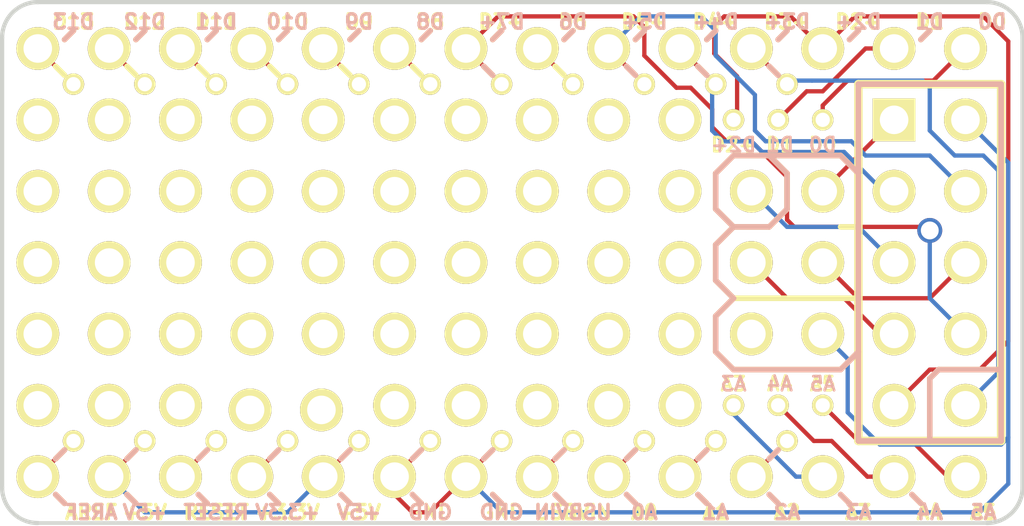
<source format=kicad_pcb>
(kicad_pcb (version 3) (host pcbnew "(2013-mar-13)-testing")

  (general
    (links 41)
    (no_connects 0)
    (area 305.791799 247.625799 343.7128 268.1132)
    (thickness 1.6)
    (drawings 214)
    (tracks 136)
    (zones 0)
    (modules 80)
    (nets 32)
  )

  (page A3)
  (layers
    (15 F.Cu signal)
    (0 B.Cu signal)
    (16 B.Adhes user)
    (17 F.Adhes user)
    (18 B.Paste user)
    (19 F.Paste user)
    (20 B.SilkS user)
    (21 F.SilkS user)
    (22 B.Mask user)
    (23 F.Mask user)
    (24 Dwgs.User user)
    (25 Cmts.User user)
    (26 Eco1.User user)
    (27 Eco2.User user)
    (28 Edge.Cuts user)
  )

  (setup
    (last_trace_width 0.1524)
    (trace_clearance 0.2032)
    (zone_clearance 0.508)
    (zone_45_only no)
    (trace_min 0.1524)
    (segment_width 0.2)
    (edge_width 0.1)
    (via_size 0.889)
    (via_drill 0.635)
    (via_min_size 0.889)
    (via_min_drill 0.508)
    (uvia_size 0.508)
    (uvia_drill 0.127)
    (uvias_allowed no)
    (uvia_min_size 0.508)
    (uvia_min_drill 0.127)
    (pcb_text_width 0.0635)
    (pcb_text_size 0.254 0.254)
    (mod_edge_width 0.15)
    (mod_text_size 1 1)
    (mod_text_width 0.15)
    (pad_size 0.762 0.762)
    (pad_drill 0.508)
    (pad_to_mask_clearance 0)
    (aux_axis_origin 0 0)
    (visible_elements FFFFFF7F)
    (pcbplotparams
      (layerselection 15761409)
      (usegerberextensions true)
      (excludeedgelayer true)
      (linewidth 152400)
      (plotframeref false)
      (viasonmask false)
      (mode 1)
      (useauxorigin false)
      (hpglpennumber 1)
      (hpglpenspeed 20)
      (hpglpendiameter 15)
      (hpglpenoverlay 2)
      (psnegative false)
      (psa4output false)
      (plotreference true)
      (plotvalue true)
      (plotothertext true)
      (plotinvisibletext false)
      (padsonsilk false)
      (subtractmaskfromsilk false)
      (outputformat 1)
      (mirror false)
      (drillshape 0)
      (scaleselection 1)
      (outputdirectory output))
  )

  (net 0 "")
  (net 1 +5V)
  (net 2 /3V3)
  (net 3 /5V)
  (net 4 /A0)
  (net 5 /A1)
  (net 6 /A2)
  (net 7 /A3)
  (net 8 /A4)
  (net 9 /A5)
  (net 10 /AREF)
  (net 11 /D0)
  (net 12 /D1)
  (net 13 /D10)
  (net 14 /D11)
  (net 15 /D12)
  (net 16 /D13)
  (net 17 /D6)
  (net 18 /D8)
  (net 19 /D9)
  (net 20 /MISO)
  (net 21 /MOSI)
  (net 22 /OLED_DnC)
  (net 23 /OLED_nCS)
  (net 24 /OLED_nRST)
  (net 25 /RESET)
  (net 26 /SCK)
  (net 27 /USBVCC)
  (net 28 /uSD_CD)
  (net 29 /uSD_nCS)
  (net 30 GND)
  (net 31 N-0000016)

  (net_class Default "This is the default net class."
    (clearance 0.2032)
    (trace_width 0.1524)
    (via_dia 0.889)
    (via_drill 0.635)
    (uvia_dia 0.508)
    (uvia_drill 0.127)
    (add_net "")
    (add_net +5V)
    (add_net /3V3)
    (add_net /5V)
    (add_net /A0)
    (add_net /A1)
    (add_net /A2)
    (add_net /A3)
    (add_net /A4)
    (add_net /A5)
    (add_net /AREF)
    (add_net /D0)
    (add_net /D1)
    (add_net /D10)
    (add_net /D11)
    (add_net /D12)
    (add_net /D13)
    (add_net /D6)
    (add_net /D8)
    (add_net /D9)
    (add_net /MISO)
    (add_net /MOSI)
    (add_net /OLED_DnC)
    (add_net /OLED_nCS)
    (add_net /OLED_nRST)
    (add_net /RESET)
    (add_net /SCK)
    (add_net /USBVCC)
    (add_net /uSD_CD)
    (add_net /uSD_nCS)
    (add_net GND)
    (add_net N-0000016)
  )

  (module LEOSTICK_SHIELD (layer F.Cu) (tedit 519D967E) (tstamp 519C56AF)
    (at 307.34 264.795)
    (path /519C4C6A)
    (fp_text reference U1 (at 31.75 2.54) (layer F.SilkS) hide
      (effects (font (size 1 1) (thickness 0.15)))
    )
    (fp_text value LEOSTICK_SHIELD (at 22.86 2.54) (layer F.SilkS) hide
      (effects (font (size 1 1) (thickness 0.15)))
    )
    (fp_arc (start 33.782 -15.621) (end 33.782 -16.891) (angle 90) (layer Cmts.User) (width 0.15))
    (fp_arc (start 0 -15.621) (end -1.27 -15.621) (angle 90) (layer Cmts.User) (width 0.15))
    (fp_arc (start 0 0.381) (end 0 1.651) (angle 90) (layer Cmts.User) (width 0.15))
    (fp_arc (start 33.782 0.381) (end 35.052 0.381) (angle 90) (layer Cmts.User) (width 0.15))
    (fp_line (start 33.782 -16.891) (end 0 -16.891) (layer Cmts.User) (width 0.15))
    (fp_line (start -1.27 -15.621) (end -1.27 0.381) (layer Cmts.User) (width 0.15))
    (fp_line (start 35.052 0.381) (end 35.052 -15.621) (layer Cmts.User) (width 0.15))
    (fp_line (start 33.782 1.651) (end 0 1.651) (layer Cmts.User) (width 0.127))
    (pad 1 thru_hole circle (at 30.48 -15.24 180) (size 1.524 1.524) (drill 1.016)
      (layers *.Cu *.Mask F.SilkS)
      (net 12 /D1)
    )
    (pad 2 thru_hole circle (at 27.94 -15.24 180) (size 1.524 1.524) (drill 1.016)
      (layers *.Cu *.Mask F.SilkS)
      (net 22 /OLED_DnC)
    )
    (pad 3 thru_hole circle (at 25.4 -15.24 180) (size 1.524 1.524) (drill 1.016)
      (layers *.Cu *.Mask F.SilkS)
      (net 24 /OLED_nRST)
    )
    (pad 4 thru_hole circle (at 22.86 -15.24 180) (size 1.524 1.524) (drill 1.016)
      (layers *.Cu *.Mask F.SilkS)
      (net 29 /uSD_nCS)
    )
    (pad 5 thru_hole circle (at 20.32 -15.24 180) (size 1.524 1.524) (drill 1.016)
      (layers *.Cu *.Mask F.SilkS)
      (net 28 /uSD_CD)
    )
    (pad 6 thru_hole circle (at 17.78 -15.24 180) (size 1.524 1.524) (drill 1.016)
      (layers *.Cu *.Mask F.SilkS)
      (net 17 /D6)
    )
    (pad 7 thru_hole circle (at 15.24 -15.24 180) (size 1.524 1.524) (drill 1.016)
      (layers *.Cu *.Mask F.SilkS)
      (net 23 /OLED_nCS)
    )
    (pad 8 thru_hole circle (at 12.7 -15.24 180) (size 1.524 1.524) (drill 1.016)
      (layers *.Cu *.Mask F.SilkS)
      (net 18 /D8)
    )
    (pad 9 thru_hole circle (at 10.16 -15.24 180) (size 1.524 1.524) (drill 1.016)
      (layers *.Cu *.Mask F.SilkS)
      (net 19 /D9)
    )
    (pad 10 thru_hole circle (at 7.62 -15.24 180) (size 1.524 1.524) (drill 1.016)
      (layers *.Cu *.Mask F.SilkS)
      (net 13 /D10)
    )
    (pad 11 thru_hole circle (at 5.08 -15.24 180) (size 1.524 1.524) (drill 1.016)
      (layers *.Cu *.Mask F.SilkS)
      (net 14 /D11)
    )
    (pad 0 thru_hole circle (at 33.02 -15.24 180) (size 1.524 1.524) (drill 1.016)
      (layers *.Cu *.Mask F.SilkS)
      (net 11 /D0)
    )
    (pad 12 thru_hole circle (at 2.54 -15.24 180) (size 1.524 1.524) (drill 1.016)
      (layers *.Cu *.Mask F.SilkS)
      (net 15 /D12)
    )
    (pad 13 thru_hole circle (at 0 -15.24 180) (size 1.524 1.524) (drill 1.016)
      (layers *.Cu *.Mask F.SilkS)
      (net 16 /D13)
    )
    (pad 14 thru_hole circle (at 0 0 180) (size 1.524 1.524) (drill 1.016)
      (layers *.Cu *.Mask F.SilkS)
      (net 10 /AREF)
    )
    (pad 15 thru_hole circle (at 2.54 0 180) (size 1.524 1.524) (drill 1.016)
      (layers *.Cu *.Mask F.SilkS)
      (net 3 /5V)
    )
    (pad 16 thru_hole circle (at 5.08 0 180) (size 1.524 1.524) (drill 1.016)
      (layers *.Cu *.Mask F.SilkS)
      (net 25 /RESET)
    )
    (pad 17 thru_hole circle (at 7.62 0 180) (size 1.524 1.524) (drill 1.016)
      (layers *.Cu *.Mask F.SilkS)
      (net 2 /3V3)
    )
    (pad 18 thru_hole circle (at 10.16 0 180) (size 1.524 1.524) (drill 1.016)
      (layers *.Cu *.Mask F.SilkS)
      (net 3 /5V)
    )
    (pad 19 thru_hole circle (at 12.7 0 180) (size 1.524 1.524) (drill 1.016)
      (layers *.Cu *.Mask F.SilkS)
      (net 30 GND)
    )
    (pad 20 thru_hole circle (at 15.24 0 180) (size 1.524 1.524) (drill 1.016)
      (layers *.Cu *.Mask F.SilkS)
      (net 30 GND)
    )
    (pad 21 thru_hole circle (at 17.78 0 180) (size 1.524 1.524) (drill 1.016)
      (layers *.Cu *.Mask F.SilkS)
      (net 27 /USBVCC)
    )
    (pad 22 thru_hole circle (at 20.32 0 180) (size 1.524 1.524) (drill 1.016)
      (layers *.Cu *.Mask F.SilkS)
      (net 4 /A0)
    )
    (pad 23 thru_hole circle (at 22.86 0 180) (size 1.524 1.524) (drill 1.016)
      (layers *.Cu *.Mask F.SilkS)
      (net 5 /A1)
    )
    (pad 24 thru_hole circle (at 25.4 0 180) (size 1.524 1.524) (drill 1.016)
      (layers *.Cu *.Mask F.SilkS)
      (net 6 /A2)
    )
    (pad 25 thru_hole circle (at 27.94 0 180) (size 1.524 1.524) (drill 1.016)
      (layers *.Cu *.Mask F.SilkS)
      (net 7 /A3)
    )
    (pad 26 thru_hole circle (at 30.48 0 180) (size 1.524 1.524) (drill 1.016)
      (layers *.Cu *.Mask F.SilkS)
      (net 8 /A4)
    )
    (pad 27 thru_hole circle (at 33.02 0 180) (size 1.524 1.524) (drill 1.016)
      (layers *.Cu *.Mask F.SilkS)
      (net 9 /A5)
    )
    (pad SP1 thru_hole circle (at 25.4 -10.16 180) (size 1.524 1.524) (drill 1.016)
      (layers *.Cu *.Mask F.SilkS)
      (net 20 /MISO)
    )
    (pad SP2 thru_hole circle (at 27.94 -10.16 180) (size 1.524 1.524) (drill 1.016)
      (layers *.Cu *.Mask F.SilkS)
      (net 1 +5V)
    )
    (pad SP3 thru_hole circle (at 25.4 -7.62 180) (size 1.524 1.524) (drill 1.016)
      (layers *.Cu *.Mask F.SilkS)
      (net 26 /SCK)
    )
    (pad SP4 thru_hole circle (at 27.94 -7.62 180) (size 1.524 1.524) (drill 1.016)
      (layers *.Cu *.Mask F.SilkS)
      (net 21 /MOSI)
    )
    (pad SP5 thru_hole circle (at 25.4 -5.08 180) (size 1.524 1.524) (drill 1.016)
      (layers *.Cu *.Mask F.SilkS)
      (net 31 N-0000016)
    )
    (pad SP6 thru_hole circle (at 27.94 -5.08 180) (size 1.524 1.524) (drill 1.016)
      (layers *.Cu *.Mask F.SilkS)
      (net 30 GND)
    )
  )

  (module 1pin_prototyping (layer F.Cu) (tedit 519C60B3) (tstamp 519D7564)
    (at 334.01 250.825 180)
    (descr "module 1 pin (ou trou mecanique de percage)")
    (tags DEV)
    (path 1pin)
    (fp_text reference 1PIN (at 0 -0.254 180) (layer F.SilkS) hide
      (effects (font (size 0.3048 0.3048) (thickness 0.0762)))
    )
    (fp_text value P*** (at 0 0.254 180) (layer F.SilkS) hide
      (effects (font (size 0.3048 0.3048) (thickness 0.0762)))
    )
    (pad 1 thru_hole circle (at 0 0 180) (size 0.762 0.762) (drill 0.508)
      (layers *.Cu *.Mask F.SilkS)
      (net 24 /OLED_nRST)
    )
  )

  (module 1pin (layer F.Cu) (tedit 519C583D) (tstamp 519CE580)
    (at 312.42 252.095 180)
    (descr "module 1 pin (ou trou mecanique de percage)")
    (tags DEV)
    (path 1pin)
    (fp_text reference 1PIN (at 0 -3.048 180) (layer F.SilkS) hide
      (effects (font (size 1.016 1.016) (thickness 0.254)))
    )
    (fp_text value P*** (at 0 2.794 180) (layer F.SilkS) hide
      (effects (font (size 1.016 1.016) (thickness 0.254)))
    )
    (pad 1 thru_hole circle (at 0 0 180) (size 1.524 1.524) (drill 1.016)
      (layers *.Cu *.Mask F.SilkS)
    )
  )

  (module PIN_ARRAY_5x2 (layer F.Cu) (tedit 519D968A) (tstamp 519C5681)
    (at 339.09 257.175 270)
    (descr "Double rangee de contacts 2 x 5 pins")
    (tags CONN)
    (path /519C5774)
    (fp_text reference P1 (at 5.715 3.4925 270) (layer F.SilkS) hide
      (effects (font (size 1.016 1.016) (thickness 0.2032)))
    )
    (fp_text value CONN_10 (at 0 -3.81 270) (layer F.SilkS) hide
      (effects (font (size 1.016 1.016) (thickness 0.2032)))
    )
    (fp_line (start -6.35 -2.54) (end 6.35 -2.54) (layer F.SilkS) (width 0.3048))
    (fp_line (start 6.35 -2.54) (end 6.35 2.54) (layer F.SilkS) (width 0.3048))
    (fp_line (start 6.35 2.54) (end -6.35 2.54) (layer F.SilkS) (width 0.3048))
    (fp_line (start -6.35 2.54) (end -6.35 -2.54) (layer F.SilkS) (width 0.3048))
    (pad 1 thru_hole rect (at -5.08 1.27 270) (size 1.524 1.524) (drill 1.016)
      (layers *.Cu *.Mask F.SilkS)
      (net 1 +5V)
    )
    (pad 2 thru_hole circle (at -5.08 -1.27 270) (size 1.524 1.524) (drill 1.016)
      (layers *.Cu *.Mask F.SilkS)
      (net 30 GND)
    )
    (pad 3 thru_hole circle (at -2.54 1.27 270) (size 1.524 1.524) (drill 1.016)
      (layers *.Cu *.Mask F.SilkS)
      (net 29 /uSD_nCS)
    )
    (pad 4 thru_hole circle (at -2.54 -1.27 270) (size 1.524 1.524) (drill 1.016)
      (layers *.Cu *.Mask F.SilkS)
      (net 28 /uSD_CD)
    )
    (pad 5 thru_hole circle (at 0 1.27 270) (size 1.524 1.524) (drill 1.016)
      (layers *.Cu *.Mask F.SilkS)
      (net 20 /MISO)
    )
    (pad 6 thru_hole circle (at 0 -1.27 270) (size 1.524 1.524) (drill 1.016)
      (layers *.Cu *.Mask F.SilkS)
      (net 21 /MOSI)
    )
    (pad 7 thru_hole circle (at 2.54 1.27 270) (size 1.524 1.524) (drill 1.016)
      (layers *.Cu *.Mask F.SilkS)
      (net 26 /SCK)
    )
    (pad 8 thru_hole circle (at 2.54 -1.27 270) (size 1.524 1.524) (drill 1.016)
      (layers *.Cu *.Mask F.SilkS)
      (net 23 /OLED_nCS)
    )
    (pad 9 thru_hole circle (at 5.08 1.27 270) (size 1.524 1.524) (drill 1.016)
      (layers *.Cu *.Mask F.SilkS)
      (net 22 /OLED_DnC)
    )
    (pad 10 thru_hole circle (at 5.08 -1.27 270) (size 1.524 1.524) (drill 1.016)
      (layers *.Cu *.Mask F.SilkS)
      (net 24 /OLED_nRST)
    )
    (model pin_array/pins_array_5x2.wrl
      (at (xyz 0 0 0))
      (scale (xyz 1 1 1))
      (rotate (xyz 0 0 0))
    )
  )

  (module 1pin_prototyping (layer F.Cu) (tedit 519C58B9) (tstamp 519D7331)
    (at 314.96 252.095 180)
    (descr "module 1 pin (ou trou mecanique de percage)")
    (tags DEV)
    (path 1pin)
    (fp_text reference 1PIN (at 0 -0.254 180) (layer F.SilkS) hide
      (effects (font (size 0.3048 0.3048) (thickness 0.0762)))
    )
    (fp_text value P*** (at 0 0.254 180) (layer F.SilkS) hide
      (effects (font (size 0.3048 0.3048) (thickness 0.0762)))
    )
    (pad 1 thru_hole circle (at 0 0 180) (size 1.524 1.524) (drill 1.016)
      (layers *.Cu *.Mask F.SilkS)
    )
  )

  (module 1pin_prototyping (layer F.Cu) (tedit 519C58B9) (tstamp 519D733A)
    (at 317.5 252.095 180)
    (descr "module 1 pin (ou trou mecanique de percage)")
    (tags DEV)
    (path 1pin)
    (fp_text reference 1PIN (at 0 -0.254 180) (layer F.SilkS) hide
      (effects (font (size 0.3048 0.3048) (thickness 0.0762)))
    )
    (fp_text value P*** (at 0 0.254 180) (layer F.SilkS) hide
      (effects (font (size 0.3048 0.3048) (thickness 0.0762)))
    )
    (pad 1 thru_hole circle (at 0 0 180) (size 1.524 1.524) (drill 1.016)
      (layers *.Cu *.Mask F.SilkS)
    )
  )

  (module 1pin_prototyping (layer F.Cu) (tedit 519C58B9) (tstamp 519D7343)
    (at 320.04 252.095 180)
    (descr "module 1 pin (ou trou mecanique de percage)")
    (tags DEV)
    (path 1pin)
    (fp_text reference 1PIN (at 0 -0.254 180) (layer F.SilkS) hide
      (effects (font (size 0.3048 0.3048) (thickness 0.0762)))
    )
    (fp_text value P*** (at 0 0.254 180) (layer F.SilkS) hide
      (effects (font (size 0.3048 0.3048) (thickness 0.0762)))
    )
    (pad 1 thru_hole circle (at 0 0 180) (size 1.524 1.524) (drill 1.016)
      (layers *.Cu *.Mask F.SilkS)
    )
  )

  (module 1pin_prototyping (layer F.Cu) (tedit 519C58B9) (tstamp 519D734C)
    (at 322.58 252.095 180)
    (descr "module 1 pin (ou trou mecanique de percage)")
    (tags DEV)
    (path 1pin)
    (fp_text reference 1PIN (at 0 -0.254 180) (layer F.SilkS) hide
      (effects (font (size 0.3048 0.3048) (thickness 0.0762)))
    )
    (fp_text value P*** (at 0 0.254 180) (layer F.SilkS) hide
      (effects (font (size 0.3048 0.3048) (thickness 0.0762)))
    )
    (pad 1 thru_hole circle (at 0 0 180) (size 1.524 1.524) (drill 1.016)
      (layers *.Cu *.Mask F.SilkS)
    )
  )

  (module 1pin_prototyping (layer F.Cu) (tedit 519C58B9) (tstamp 519D7355)
    (at 325.12 252.095 180)
    (descr "module 1 pin (ou trou mecanique de percage)")
    (tags DEV)
    (path 1pin)
    (fp_text reference 1PIN (at 0 -0.254 180) (layer F.SilkS) hide
      (effects (font (size 0.3048 0.3048) (thickness 0.0762)))
    )
    (fp_text value P*** (at 0 0.254 180) (layer F.SilkS) hide
      (effects (font (size 0.3048 0.3048) (thickness 0.0762)))
    )
    (pad 1 thru_hole circle (at 0 0 180) (size 1.524 1.524) (drill 1.016)
      (layers *.Cu *.Mask F.SilkS)
    )
  )

  (module 1pin_prototyping (layer F.Cu) (tedit 519C58B9) (tstamp 519D735E)
    (at 327.66 252.095 180)
    (descr "module 1 pin (ou trou mecanique de percage)")
    (tags DEV)
    (path 1pin)
    (fp_text reference 1PIN (at 0 -0.254 180) (layer F.SilkS) hide
      (effects (font (size 0.3048 0.3048) (thickness 0.0762)))
    )
    (fp_text value P*** (at 0 0.254 180) (layer F.SilkS) hide
      (effects (font (size 0.3048 0.3048) (thickness 0.0762)))
    )
    (pad 1 thru_hole circle (at 0 0 180) (size 1.524 1.524) (drill 1.016)
      (layers *.Cu *.Mask F.SilkS)
    )
  )

  (module 1pin_prototyping (layer F.Cu) (tedit 519C58B9) (tstamp 519D7367)
    (at 330.2 252.095 180)
    (descr "module 1 pin (ou trou mecanique de percage)")
    (tags DEV)
    (path 1pin)
    (fp_text reference 1PIN (at 0 -0.254 180) (layer F.SilkS) hide
      (effects (font (size 0.3048 0.3048) (thickness 0.0762)))
    )
    (fp_text value P*** (at 0 0.254 180) (layer F.SilkS) hide
      (effects (font (size 0.3048 0.3048) (thickness 0.0762)))
    )
    (pad 1 thru_hole circle (at 0 0 180) (size 1.524 1.524) (drill 1.016)
      (layers *.Cu *.Mask F.SilkS)
    )
  )

  (module 1pin_prototyping (layer F.Cu) (tedit 519C58B9) (tstamp 519D7382)
    (at 307.34 252.095 180)
    (descr "module 1 pin (ou trou mecanique de percage)")
    (tags DEV)
    (path 1pin)
    (fp_text reference 1PIN (at 0 -0.254 180) (layer F.SilkS) hide
      (effects (font (size 0.3048 0.3048) (thickness 0.0762)))
    )
    (fp_text value P*** (at 0 0.254 180) (layer F.SilkS) hide
      (effects (font (size 0.3048 0.3048) (thickness 0.0762)))
    )
    (pad 1 thru_hole circle (at 0 0 180) (size 1.524 1.524) (drill 1.016)
      (layers *.Cu *.Mask F.SilkS)
    )
  )

  (module 1pin_prototyping (layer F.Cu) (tedit 519C58B9) (tstamp 519D738B)
    (at 309.88 252.095 180)
    (descr "module 1 pin (ou trou mecanique de percage)")
    (tags DEV)
    (path 1pin)
    (fp_text reference 1PIN (at 0 -0.254 180) (layer F.SilkS) hide
      (effects (font (size 0.3048 0.3048) (thickness 0.0762)))
    )
    (fp_text value P*** (at 0 0.254 180) (layer F.SilkS) hide
      (effects (font (size 0.3048 0.3048) (thickness 0.0762)))
    )
    (pad 1 thru_hole circle (at 0 0 180) (size 1.524 1.524) (drill 1.016)
      (layers *.Cu *.Mask F.SilkS)
    )
  )

  (module 1pin_prototyping (layer F.Cu) (tedit 519C58B9) (tstamp 519D7394)
    (at 309.88 254.635 180)
    (descr "module 1 pin (ou trou mecanique de percage)")
    (tags DEV)
    (path 1pin)
    (fp_text reference 1PIN (at 0 -0.254 180) (layer F.SilkS) hide
      (effects (font (size 0.3048 0.3048) (thickness 0.0762)))
    )
    (fp_text value P*** (at 0 0.254 180) (layer F.SilkS) hide
      (effects (font (size 0.3048 0.3048) (thickness 0.0762)))
    )
    (pad 1 thru_hole circle (at 0 0 180) (size 1.524 1.524) (drill 1.016)
      (layers *.Cu *.Mask F.SilkS)
    )
  )

  (module 1pin_prototyping (layer F.Cu) (tedit 519C58B9) (tstamp 519D739D)
    (at 307.34 254.635 180)
    (descr "module 1 pin (ou trou mecanique de percage)")
    (tags DEV)
    (path 1pin)
    (fp_text reference 1PIN (at 0 -0.254 180) (layer F.SilkS) hide
      (effects (font (size 0.3048 0.3048) (thickness 0.0762)))
    )
    (fp_text value P*** (at 0 0.254 180) (layer F.SilkS) hide
      (effects (font (size 0.3048 0.3048) (thickness 0.0762)))
    )
    (pad 1 thru_hole circle (at 0 0 180) (size 1.524 1.524) (drill 1.016)
      (layers *.Cu *.Mask F.SilkS)
    )
  )

  (module 1pin_prototyping (layer F.Cu) (tedit 519C58B9) (tstamp 519D73B8)
    (at 330.2 254.635 180)
    (descr "module 1 pin (ou trou mecanique de percage)")
    (tags DEV)
    (path 1pin)
    (fp_text reference 1PIN (at 0 -0.254 180) (layer F.SilkS) hide
      (effects (font (size 0.3048 0.3048) (thickness 0.0762)))
    )
    (fp_text value P*** (at 0 0.254 180) (layer F.SilkS) hide
      (effects (font (size 0.3048 0.3048) (thickness 0.0762)))
    )
    (pad 1 thru_hole circle (at 0 0 180) (size 1.524 1.524) (drill 1.016)
      (layers *.Cu *.Mask F.SilkS)
    )
  )

  (module 1pin_prototyping (layer F.Cu) (tedit 519C58B9) (tstamp 519D73C1)
    (at 327.66 254.635 180)
    (descr "module 1 pin (ou trou mecanique de percage)")
    (tags DEV)
    (path 1pin)
    (fp_text reference 1PIN (at 0 -0.254 180) (layer F.SilkS) hide
      (effects (font (size 0.3048 0.3048) (thickness 0.0762)))
    )
    (fp_text value P*** (at 0 0.254 180) (layer F.SilkS) hide
      (effects (font (size 0.3048 0.3048) (thickness 0.0762)))
    )
    (pad 1 thru_hole circle (at 0 0 180) (size 1.524 1.524) (drill 1.016)
      (layers *.Cu *.Mask F.SilkS)
    )
  )

  (module 1pin_prototyping (layer F.Cu) (tedit 519C58B9) (tstamp 519D73CA)
    (at 325.12 254.635 180)
    (descr "module 1 pin (ou trou mecanique de percage)")
    (tags DEV)
    (path 1pin)
    (fp_text reference 1PIN (at 0 -0.254 180) (layer F.SilkS) hide
      (effects (font (size 0.3048 0.3048) (thickness 0.0762)))
    )
    (fp_text value P*** (at 0 0.254 180) (layer F.SilkS) hide
      (effects (font (size 0.3048 0.3048) (thickness 0.0762)))
    )
    (pad 1 thru_hole circle (at 0 0 180) (size 1.524 1.524) (drill 1.016)
      (layers *.Cu *.Mask F.SilkS)
    )
  )

  (module 1pin_prototyping (layer F.Cu) (tedit 519C58B9) (tstamp 519D73D3)
    (at 322.58 254.635 180)
    (descr "module 1 pin (ou trou mecanique de percage)")
    (tags DEV)
    (path 1pin)
    (fp_text reference 1PIN (at 0 -0.254 180) (layer F.SilkS) hide
      (effects (font (size 0.3048 0.3048) (thickness 0.0762)))
    )
    (fp_text value P*** (at 0 0.254 180) (layer F.SilkS) hide
      (effects (font (size 0.3048 0.3048) (thickness 0.0762)))
    )
    (pad 1 thru_hole circle (at 0 0 180) (size 1.524 1.524) (drill 1.016)
      (layers *.Cu *.Mask F.SilkS)
    )
  )

  (module 1pin_prototyping (layer F.Cu) (tedit 519C58B9) (tstamp 519D73DC)
    (at 320.04 254.635 180)
    (descr "module 1 pin (ou trou mecanique de percage)")
    (tags DEV)
    (path 1pin)
    (fp_text reference 1PIN (at 0 -0.254 180) (layer F.SilkS) hide
      (effects (font (size 0.3048 0.3048) (thickness 0.0762)))
    )
    (fp_text value P*** (at 0 0.254 180) (layer F.SilkS) hide
      (effects (font (size 0.3048 0.3048) (thickness 0.0762)))
    )
    (pad 1 thru_hole circle (at 0 0 180) (size 1.524 1.524) (drill 1.016)
      (layers *.Cu *.Mask F.SilkS)
    )
  )

  (module 1pin_prototyping (layer F.Cu) (tedit 519C58B9) (tstamp 519D73E5)
    (at 317.5 254.635 180)
    (descr "module 1 pin (ou trou mecanique de percage)")
    (tags DEV)
    (path 1pin)
    (fp_text reference 1PIN (at 0 -0.254 180) (layer F.SilkS) hide
      (effects (font (size 0.3048 0.3048) (thickness 0.0762)))
    )
    (fp_text value P*** (at 0 0.254 180) (layer F.SilkS) hide
      (effects (font (size 0.3048 0.3048) (thickness 0.0762)))
    )
    (pad 1 thru_hole circle (at 0 0 180) (size 1.524 1.524) (drill 1.016)
      (layers *.Cu *.Mask F.SilkS)
    )
  )

  (module 1pin_prototyping (layer F.Cu) (tedit 519C58B9) (tstamp 519D73EE)
    (at 317.5 257.175 180)
    (descr "module 1 pin (ou trou mecanique de percage)")
    (tags DEV)
    (path 1pin)
    (fp_text reference 1PIN (at 0 -0.254 180) (layer F.SilkS) hide
      (effects (font (size 0.3048 0.3048) (thickness 0.0762)))
    )
    (fp_text value P*** (at 0 0.254 180) (layer F.SilkS) hide
      (effects (font (size 0.3048 0.3048) (thickness 0.0762)))
    )
    (pad 1 thru_hole circle (at 0 0 180) (size 1.524 1.524) (drill 1.016)
      (layers *.Cu *.Mask F.SilkS)
    )
  )

  (module 1pin_prototyping (layer F.Cu) (tedit 519C58B9) (tstamp 519D73F7)
    (at 320.04 257.175 180)
    (descr "module 1 pin (ou trou mecanique de percage)")
    (tags DEV)
    (path 1pin)
    (fp_text reference 1PIN (at 0 -0.254 180) (layer F.SilkS) hide
      (effects (font (size 0.3048 0.3048) (thickness 0.0762)))
    )
    (fp_text value P*** (at 0 0.254 180) (layer F.SilkS) hide
      (effects (font (size 0.3048 0.3048) (thickness 0.0762)))
    )
    (pad 1 thru_hole circle (at 0 0 180) (size 1.524 1.524) (drill 1.016)
      (layers *.Cu *.Mask F.SilkS)
    )
  )

  (module 1pin_prototyping (layer F.Cu) (tedit 519C58B9) (tstamp 519D7400)
    (at 322.58 257.175 180)
    (descr "module 1 pin (ou trou mecanique de percage)")
    (tags DEV)
    (path 1pin)
    (fp_text reference 1PIN (at 0 -0.254 180) (layer F.SilkS) hide
      (effects (font (size 0.3048 0.3048) (thickness 0.0762)))
    )
    (fp_text value P*** (at 0 0.254 180) (layer F.SilkS) hide
      (effects (font (size 0.3048 0.3048) (thickness 0.0762)))
    )
    (pad 1 thru_hole circle (at 0 0 180) (size 1.524 1.524) (drill 1.016)
      (layers *.Cu *.Mask F.SilkS)
    )
  )

  (module 1pin_prototyping (layer F.Cu) (tedit 519C58B9) (tstamp 519D7409)
    (at 325.12 257.175 180)
    (descr "module 1 pin (ou trou mecanique de percage)")
    (tags DEV)
    (path 1pin)
    (fp_text reference 1PIN (at 0 -0.254 180) (layer F.SilkS) hide
      (effects (font (size 0.3048 0.3048) (thickness 0.0762)))
    )
    (fp_text value P*** (at 0 0.254 180) (layer F.SilkS) hide
      (effects (font (size 0.3048 0.3048) (thickness 0.0762)))
    )
    (pad 1 thru_hole circle (at 0 0 180) (size 1.524 1.524) (drill 1.016)
      (layers *.Cu *.Mask F.SilkS)
    )
  )

  (module 1pin_prototyping (layer F.Cu) (tedit 519C58B9) (tstamp 519D7412)
    (at 327.66 257.175 180)
    (descr "module 1 pin (ou trou mecanique de percage)")
    (tags DEV)
    (path 1pin)
    (fp_text reference 1PIN (at 0 -0.254 180) (layer F.SilkS) hide
      (effects (font (size 0.3048 0.3048) (thickness 0.0762)))
    )
    (fp_text value P*** (at 0 0.254 180) (layer F.SilkS) hide
      (effects (font (size 0.3048 0.3048) (thickness 0.0762)))
    )
    (pad 1 thru_hole circle (at 0 0 180) (size 1.524 1.524) (drill 1.016)
      (layers *.Cu *.Mask F.SilkS)
    )
  )

  (module 1pin_prototyping (layer F.Cu) (tedit 519C58B9) (tstamp 519D741B)
    (at 330.2 257.175 180)
    (descr "module 1 pin (ou trou mecanique de percage)")
    (tags DEV)
    (path 1pin)
    (fp_text reference 1PIN (at 0 -0.254 180) (layer F.SilkS) hide
      (effects (font (size 0.3048 0.3048) (thickness 0.0762)))
    )
    (fp_text value P*** (at 0 0.254 180) (layer F.SilkS) hide
      (effects (font (size 0.3048 0.3048) (thickness 0.0762)))
    )
    (pad 1 thru_hole circle (at 0 0 180) (size 1.524 1.524) (drill 1.016)
      (layers *.Cu *.Mask F.SilkS)
    )
  )

  (module 1pin_prototyping (layer F.Cu) (tedit 519C58B9) (tstamp 519D7436)
    (at 307.34 257.175 180)
    (descr "module 1 pin (ou trou mecanique de percage)")
    (tags DEV)
    (path 1pin)
    (fp_text reference 1PIN (at 0 -0.254 180) (layer F.SilkS) hide
      (effects (font (size 0.3048 0.3048) (thickness 0.0762)))
    )
    (fp_text value P*** (at 0 0.254 180) (layer F.SilkS) hide
      (effects (font (size 0.3048 0.3048) (thickness 0.0762)))
    )
    (pad 1 thru_hole circle (at 0 0 180) (size 1.524 1.524) (drill 1.016)
      (layers *.Cu *.Mask F.SilkS)
    )
  )

  (module 1pin_prototyping (layer F.Cu) (tedit 519C58B9) (tstamp 519D743F)
    (at 309.88 257.175 180)
    (descr "module 1 pin (ou trou mecanique de percage)")
    (tags DEV)
    (path 1pin)
    (fp_text reference 1PIN (at 0 -0.254 180) (layer F.SilkS) hide
      (effects (font (size 0.3048 0.3048) (thickness 0.0762)))
    )
    (fp_text value P*** (at 0 0.254 180) (layer F.SilkS) hide
      (effects (font (size 0.3048 0.3048) (thickness 0.0762)))
    )
    (pad 1 thru_hole circle (at 0 0 180) (size 1.524 1.524) (drill 1.016)
      (layers *.Cu *.Mask F.SilkS)
    )
  )

  (module 1pin_prototyping (layer F.Cu) (tedit 519C58B9) (tstamp 519D7448)
    (at 309.88 259.715 180)
    (descr "module 1 pin (ou trou mecanique de percage)")
    (tags DEV)
    (path 1pin)
    (fp_text reference 1PIN (at 0 -0.254 180) (layer F.SilkS) hide
      (effects (font (size 0.3048 0.3048) (thickness 0.0762)))
    )
    (fp_text value P*** (at 0 0.254 180) (layer F.SilkS) hide
      (effects (font (size 0.3048 0.3048) (thickness 0.0762)))
    )
    (pad 1 thru_hole circle (at 0 0 180) (size 1.524 1.524) (drill 1.016)
      (layers *.Cu *.Mask F.SilkS)
    )
  )

  (module 1pin_prototyping (layer F.Cu) (tedit 519C58B9) (tstamp 519D7451)
    (at 307.34 259.715 180)
    (descr "module 1 pin (ou trou mecanique de percage)")
    (tags DEV)
    (path 1pin)
    (fp_text reference 1PIN (at 0 -0.254 180) (layer F.SilkS) hide
      (effects (font (size 0.3048 0.3048) (thickness 0.0762)))
    )
    (fp_text value P*** (at 0 0.254 180) (layer F.SilkS) hide
      (effects (font (size 0.3048 0.3048) (thickness 0.0762)))
    )
    (pad 1 thru_hole circle (at 0 0 180) (size 1.524 1.524) (drill 1.016)
      (layers *.Cu *.Mask F.SilkS)
    )
  )

  (module 1pin_prototyping (layer F.Cu) (tedit 519C58B9) (tstamp 519D746C)
    (at 330.2 259.715 180)
    (descr "module 1 pin (ou trou mecanique de percage)")
    (tags DEV)
    (path 1pin)
    (fp_text reference 1PIN (at 0 -0.254 180) (layer F.SilkS) hide
      (effects (font (size 0.3048 0.3048) (thickness 0.0762)))
    )
    (fp_text value P*** (at 0 0.254 180) (layer F.SilkS) hide
      (effects (font (size 0.3048 0.3048) (thickness 0.0762)))
    )
    (pad 1 thru_hole circle (at 0 0 180) (size 1.524 1.524) (drill 1.016)
      (layers *.Cu *.Mask F.SilkS)
    )
  )

  (module 1pin_prototyping (layer F.Cu) (tedit 519C58B9) (tstamp 519D7475)
    (at 327.66 259.715 180)
    (descr "module 1 pin (ou trou mecanique de percage)")
    (tags DEV)
    (path 1pin)
    (fp_text reference 1PIN (at 0 -0.254 180) (layer F.SilkS) hide
      (effects (font (size 0.3048 0.3048) (thickness 0.0762)))
    )
    (fp_text value P*** (at 0 0.254 180) (layer F.SilkS) hide
      (effects (font (size 0.3048 0.3048) (thickness 0.0762)))
    )
    (pad 1 thru_hole circle (at 0 0 180) (size 1.524 1.524) (drill 1.016)
      (layers *.Cu *.Mask F.SilkS)
    )
  )

  (module 1pin_prototyping (layer F.Cu) (tedit 519C58B9) (tstamp 519D747E)
    (at 325.12 259.715 180)
    (descr "module 1 pin (ou trou mecanique de percage)")
    (tags DEV)
    (path 1pin)
    (fp_text reference 1PIN (at 0 -0.254 180) (layer F.SilkS) hide
      (effects (font (size 0.3048 0.3048) (thickness 0.0762)))
    )
    (fp_text value P*** (at 0 0.254 180) (layer F.SilkS) hide
      (effects (font (size 0.3048 0.3048) (thickness 0.0762)))
    )
    (pad 1 thru_hole circle (at 0 0 180) (size 1.524 1.524) (drill 1.016)
      (layers *.Cu *.Mask F.SilkS)
    )
  )

  (module 1pin_prototyping (layer F.Cu) (tedit 519C58B9) (tstamp 519D748F)
    (at 322.58 259.715 180)
    (descr "module 1 pin (ou trou mecanique de percage)")
    (tags DEV)
    (path 1pin)
    (fp_text reference 1PIN (at 0 -0.254 180) (layer F.SilkS) hide
      (effects (font (size 0.3048 0.3048) (thickness 0.0762)))
    )
    (fp_text value P*** (at 0 0.254 180) (layer F.SilkS) hide
      (effects (font (size 0.3048 0.3048) (thickness 0.0762)))
    )
    (pad 1 thru_hole circle (at 0 0 180) (size 1.524 1.524) (drill 1.016)
      (layers *.Cu *.Mask F.SilkS)
    )
  )

  (module 1pin_prototyping (layer F.Cu) (tedit 519C58B9) (tstamp 519D7498)
    (at 320.04 259.715 180)
    (descr "module 1 pin (ou trou mecanique de percage)")
    (tags DEV)
    (path 1pin)
    (fp_text reference 1PIN (at 0 -0.254 180) (layer F.SilkS) hide
      (effects (font (size 0.3048 0.3048) (thickness 0.0762)))
    )
    (fp_text value P*** (at 0 0.254 180) (layer F.SilkS) hide
      (effects (font (size 0.3048 0.3048) (thickness 0.0762)))
    )
    (pad 1 thru_hole circle (at 0 0 180) (size 1.524 1.524) (drill 1.016)
      (layers *.Cu *.Mask F.SilkS)
    )
  )

  (module 1pin_prototyping (layer F.Cu) (tedit 519C58B9) (tstamp 519D74A1)
    (at 317.5 259.715 180)
    (descr "module 1 pin (ou trou mecanique de percage)")
    (tags DEV)
    (path 1pin)
    (fp_text reference 1PIN (at 0 -0.254 180) (layer F.SilkS) hide
      (effects (font (size 0.3048 0.3048) (thickness 0.0762)))
    )
    (fp_text value P*** (at 0 0.254 180) (layer F.SilkS) hide
      (effects (font (size 0.3048 0.3048) (thickness 0.0762)))
    )
    (pad 1 thru_hole circle (at 0 0 180) (size 1.524 1.524) (drill 1.016)
      (layers *.Cu *.Mask F.SilkS)
    )
  )

  (module 1pin_prototyping (layer F.Cu) (tedit 519C58B9) (tstamp 519D74AA)
    (at 312.42 262.255 180)
    (descr "module 1 pin (ou trou mecanique de percage)")
    (tags DEV)
    (path 1pin)
    (fp_text reference 1PIN (at 0 -0.254 180) (layer F.SilkS) hide
      (effects (font (size 0.3048 0.3048) (thickness 0.0762)))
    )
    (fp_text value P*** (at 0 0.254 180) (layer F.SilkS) hide
      (effects (font (size 0.3048 0.3048) (thickness 0.0762)))
    )
    (pad 1 thru_hole circle (at 0 0 180) (size 1.524 1.524) (drill 1.016)
      (layers *.Cu *.Mask F.SilkS)
    )
  )

  (module 1pin_prototyping (layer F.Cu) (tedit 519C58B9) (tstamp 519D74B3)
    (at 314.8965 262.4201 180)
    (descr "module 1 pin (ou trou mecanique de percage)")
    (tags DEV)
    (path 1pin)
    (fp_text reference 1PIN (at 0 -0.254 180) (layer F.SilkS) hide
      (effects (font (size 0.3048 0.3048) (thickness 0.0762)))
    )
    (fp_text value P*** (at 0 0.254 180) (layer F.SilkS) hide
      (effects (font (size 0.3048 0.3048) (thickness 0.0762)))
    )
    (pad 1 thru_hole circle (at 0 0 180) (size 1.524 1.524) (drill 1.016)
      (layers *.Cu *.Mask F.SilkS)
    )
  )

  (module 1pin_prototyping (layer F.Cu) (tedit 519C58B9) (tstamp 519D74BC)
    (at 317.4365 262.4201 180)
    (descr "module 1 pin (ou trou mecanique de percage)")
    (tags DEV)
    (path 1pin)
    (fp_text reference 1PIN (at 0 -0.254 180) (layer F.SilkS) hide
      (effects (font (size 0.3048 0.3048) (thickness 0.0762)))
    )
    (fp_text value P*** (at 0 0.254 180) (layer F.SilkS) hide
      (effects (font (size 0.3048 0.3048) (thickness 0.0762)))
    )
    (pad 1 thru_hole circle (at 0 0 180) (size 1.524 1.524) (drill 1.016)
      (layers *.Cu *.Mask F.SilkS)
    )
  )

  (module 1pin_prototyping (layer F.Cu) (tedit 519C58B9) (tstamp 519D74C5)
    (at 320.04 262.255 180)
    (descr "module 1 pin (ou trou mecanique de percage)")
    (tags DEV)
    (path 1pin)
    (fp_text reference 1PIN (at 0 -0.254 180) (layer F.SilkS) hide
      (effects (font (size 0.3048 0.3048) (thickness 0.0762)))
    )
    (fp_text value P*** (at 0 0.254 180) (layer F.SilkS) hide
      (effects (font (size 0.3048 0.3048) (thickness 0.0762)))
    )
    (pad 1 thru_hole circle (at 0 0 180) (size 1.524 1.524) (drill 1.016)
      (layers *.Cu *.Mask F.SilkS)
    )
  )

  (module 1pin_prototyping (layer F.Cu) (tedit 519C58B9) (tstamp 519D74CE)
    (at 322.58 262.255 180)
    (descr "module 1 pin (ou trou mecanique de percage)")
    (tags DEV)
    (path 1pin)
    (fp_text reference 1PIN (at 0 -0.254 180) (layer F.SilkS) hide
      (effects (font (size 0.3048 0.3048) (thickness 0.0762)))
    )
    (fp_text value P*** (at 0 0.254 180) (layer F.SilkS) hide
      (effects (font (size 0.3048 0.3048) (thickness 0.0762)))
    )
    (pad 1 thru_hole circle (at 0 0 180) (size 1.524 1.524) (drill 1.016)
      (layers *.Cu *.Mask F.SilkS)
    )
  )

  (module 1pin_prototyping (layer F.Cu) (tedit 519C58B9) (tstamp 519D74D7)
    (at 325.12 262.255 180)
    (descr "module 1 pin (ou trou mecanique de percage)")
    (tags DEV)
    (path 1pin)
    (fp_text reference 1PIN (at 0 -0.254 180) (layer F.SilkS) hide
      (effects (font (size 0.3048 0.3048) (thickness 0.0762)))
    )
    (fp_text value P*** (at 0 0.254 180) (layer F.SilkS) hide
      (effects (font (size 0.3048 0.3048) (thickness 0.0762)))
    )
    (pad 1 thru_hole circle (at 0 0 180) (size 1.524 1.524) (drill 1.016)
      (layers *.Cu *.Mask F.SilkS)
    )
  )

  (module 1pin_prototyping (layer F.Cu) (tedit 519C58B9) (tstamp 519D74E0)
    (at 327.66 262.255 180)
    (descr "module 1 pin (ou trou mecanique de percage)")
    (tags DEV)
    (path 1pin)
    (fp_text reference 1PIN (at 0 -0.254 180) (layer F.SilkS) hide
      (effects (font (size 0.3048 0.3048) (thickness 0.0762)))
    )
    (fp_text value P*** (at 0 0.254 180) (layer F.SilkS) hide
      (effects (font (size 0.3048 0.3048) (thickness 0.0762)))
    )
    (pad 1 thru_hole circle (at 0 0 180) (size 1.524 1.524) (drill 1.016)
      (layers *.Cu *.Mask F.SilkS)
    )
  )

  (module 1pin_prototyping (layer F.Cu) (tedit 519C58B9) (tstamp 519D74E9)
    (at 330.2 262.255 180)
    (descr "module 1 pin (ou trou mecanique de percage)")
    (tags DEV)
    (path 1pin)
    (fp_text reference 1PIN (at 0 -0.254 180) (layer F.SilkS) hide
      (effects (font (size 0.3048 0.3048) (thickness 0.0762)))
    )
    (fp_text value P*** (at 0 0.254 180) (layer F.SilkS) hide
      (effects (font (size 0.3048 0.3048) (thickness 0.0762)))
    )
    (pad 1 thru_hole circle (at 0 0 180) (size 1.524 1.524) (drill 1.016)
      (layers *.Cu *.Mask F.SilkS)
    )
  )

  (module 1pin_prototyping (layer F.Cu) (tedit 519C58B9) (tstamp 519D7504)
    (at 307.34 262.255 180)
    (descr "module 1 pin (ou trou mecanique de percage)")
    (tags DEV)
    (path 1pin)
    (fp_text reference 1PIN (at 0 -0.254 180) (layer F.SilkS) hide
      (effects (font (size 0.3048 0.3048) (thickness 0.0762)))
    )
    (fp_text value P*** (at 0 0.254 180) (layer F.SilkS) hide
      (effects (font (size 0.3048 0.3048) (thickness 0.0762)))
    )
    (pad 1 thru_hole circle (at 0 0 180) (size 1.524 1.524) (drill 1.016)
      (layers *.Cu *.Mask F.SilkS)
    )
  )

  (module 1pin_prototyping (layer F.Cu) (tedit 519C58B9) (tstamp 519D750D)
    (at 309.88 262.255 180)
    (descr "module 1 pin (ou trou mecanique de percage)")
    (tags DEV)
    (path 1pin)
    (fp_text reference 1PIN (at 0 -0.254 180) (layer F.SilkS) hide
      (effects (font (size 0.3048 0.3048) (thickness 0.0762)))
    )
    (fp_text value P*** (at 0 0.254 180) (layer F.SilkS) hide
      (effects (font (size 0.3048 0.3048) (thickness 0.0762)))
    )
    (pad 1 thru_hole circle (at 0 0 180) (size 1.524 1.524) (drill 1.016)
      (layers *.Cu *.Mask F.SilkS)
    )
  )

  (module 1pin_prototyping_mini (layer F.Cu) (tedit 519C60B8) (tstamp 519D7594)
    (at 332.105 252.095 180)
    (descr "module 1 pin (ou trou mecanique de percage)")
    (tags DEV)
    (path 1pin)
    (fp_text reference 1PIN (at 0 -0.254 180) (layer F.SilkS) hide
      (effects (font (size 0.3048 0.3048) (thickness 0.0762)))
    )
    (fp_text value P*** (at 0 0.254 180) (layer F.SilkS) hide
      (effects (font (size 0.3048 0.3048) (thickness 0.0762)))
    )
    (pad 1 thru_hole circle (at 0 0 180) (size 0.762 0.762) (drill 0.508)
      (layers *.Cu *.Mask F.SilkS)
      (net 22 /OLED_DnC)
    )
  )

  (module 1pin_prototyping_mini (layer F.Cu) (tedit 519C60AD) (tstamp 519D75AF)
    (at 331.47 250.825 180)
    (descr "module 1 pin (ou trou mecanique de percage)")
    (tags DEV)
    (path 1pin)
    (fp_text reference 1PIN (at 0 -0.254 180) (layer F.SilkS) hide
      (effects (font (size 0.3048 0.3048) (thickness 0.0762)))
    )
    (fp_text value P*** (at 0 0.254 180) (layer F.SilkS) hide
      (effects (font (size 0.3048 0.3048) (thickness 0.0762)))
    )
    (pad 1 thru_hole circle (at 0 0 180) (size 0.762 0.762) (drill 0.508)
      (layers *.Cu *.Mask F.SilkS)
      (net 29 /uSD_nCS)
    )
  )

  (module 1pin_prototyping_mini (layer F.Cu) (tedit 519C60A6) (tstamp 519D75B8)
    (at 328.93 250.825 180)
    (descr "module 1 pin (ou trou mecanique de percage)")
    (tags DEV)
    (path 1pin)
    (fp_text reference 1PIN (at 0 -0.254 180) (layer F.SilkS) hide
      (effects (font (size 0.3048 0.3048) (thickness 0.0762)))
    )
    (fp_text value P*** (at 0 0.254 180) (layer F.SilkS) hide
      (effects (font (size 0.3048 0.3048) (thickness 0.0762)))
    )
    (pad 1 thru_hole circle (at 0 0 180) (size 0.762 0.762) (drill 0.508)
      (layers *.Cu *.Mask F.SilkS)
      (net 28 /uSD_CD)
    )
  )

  (module 1pin_prototyping_mini (layer F.Cu) (tedit 519C60A0) (tstamp 519D75C1)
    (at 326.39 250.825 180)
    (descr "module 1 pin (ou trou mecanique de percage)")
    (tags DEV)
    (path 1pin)
    (fp_text reference 1PIN (at 0 -0.254 180) (layer F.SilkS) hide
      (effects (font (size 0.3048 0.3048) (thickness 0.0762)))
    )
    (fp_text value P*** (at 0 0.254 180) (layer F.SilkS) hide
      (effects (font (size 0.3048 0.3048) (thickness 0.0762)))
    )
    (pad 1 thru_hole circle (at 0 0 180) (size 0.762 0.762) (drill 0.508)
      (layers *.Cu *.Mask F.SilkS)
      (net 17 /D6)
    )
  )

  (module 1pin_prototyping_mini (layer F.Cu) (tedit 519C609B) (tstamp 519E030A)
    (at 323.85 250.825 180)
    (descr "module 1 pin (ou trou mecanique de percage)")
    (tags DEV)
    (path 1pin)
    (fp_text reference 1PIN (at 0 -0.254 180) (layer F.SilkS) hide
      (effects (font (size 0.3048 0.3048) (thickness 0.0762)))
    )
    (fp_text value P*** (at 0 0.254 180) (layer F.SilkS) hide
      (effects (font (size 0.3048 0.3048) (thickness 0.0762)))
    )
    (pad 1 thru_hole circle (at 0 0 180) (size 0.762 0.762) (drill 0.508)
      (layers *.Cu *.Mask F.SilkS)
      (net 23 /OLED_nCS)
    )
  )

  (module 1pin_prototyping_mini (layer F.Cu) (tedit 519C608D) (tstamp 519E0313)
    (at 321.31 250.825 180)
    (descr "module 1 pin (ou trou mecanique de percage)")
    (tags DEV)
    (path 1pin)
    (fp_text reference 1PIN (at 0 -0.254 180) (layer F.SilkS) hide
      (effects (font (size 0.3048 0.3048) (thickness 0.0762)))
    )
    (fp_text value P*** (at 0 0.254 180) (layer F.SilkS) hide
      (effects (font (size 0.3048 0.3048) (thickness 0.0762)))
    )
    (pad 1 thru_hole circle (at 0 0 180) (size 0.762 0.762) (drill 0.508)
      (layers *.Cu *.Mask F.SilkS)
      (net 18 /D8)
    )
  )

  (module 1pin_prototyping_mini (layer F.Cu) (tedit 519C6089) (tstamp 519E031C)
    (at 318.77 250.825 180)
    (descr "module 1 pin (ou trou mecanique de percage)")
    (tags DEV)
    (path 1pin)
    (fp_text reference 1PIN (at 0 -0.254 180) (layer F.SilkS) hide
      (effects (font (size 0.3048 0.3048) (thickness 0.0762)))
    )
    (fp_text value P*** (at 0 0.254 180) (layer F.SilkS) hide
      (effects (font (size 0.3048 0.3048) (thickness 0.0762)))
    )
    (pad 1 thru_hole circle (at 0 0 180) (size 0.762 0.762) (drill 0.508)
      (layers *.Cu *.Mask F.SilkS)
      (net 19 /D9)
    )
  )

  (module 1pin_prototyping_mini (layer F.Cu) (tedit 519C6081) (tstamp 519E0325)
    (at 316.23 250.825 180)
    (descr "module 1 pin (ou trou mecanique de percage)")
    (tags DEV)
    (path 1pin)
    (fp_text reference 1PIN (at 0 -0.254 180) (layer F.SilkS) hide
      (effects (font (size 0.3048 0.3048) (thickness 0.0762)))
    )
    (fp_text value P*** (at 0 0.254 180) (layer F.SilkS) hide
      (effects (font (size 0.3048 0.3048) (thickness 0.0762)))
    )
    (pad 1 thru_hole circle (at 0 0 180) (size 0.762 0.762) (drill 0.508)
      (layers *.Cu *.Mask F.SilkS)
      (net 13 /D10)
    )
  )

  (module 1pin_prototyping_mini (layer F.Cu) (tedit 519C607C) (tstamp 519E032E)
    (at 313.69 250.825 180)
    (descr "module 1 pin (ou trou mecanique de percage)")
    (tags DEV)
    (path 1pin)
    (fp_text reference 1PIN (at 0 -0.254 180) (layer F.SilkS) hide
      (effects (font (size 0.3048 0.3048) (thickness 0.0762)))
    )
    (fp_text value P*** (at 0 0.254 180) (layer F.SilkS) hide
      (effects (font (size 0.3048 0.3048) (thickness 0.0762)))
    )
    (pad 1 thru_hole circle (at 0 0 180) (size 0.762 0.762) (drill 0.508)
      (layers *.Cu *.Mask F.SilkS)
      (net 14 /D11)
    )
  )

  (module 1pin_prototyping_mini (layer F.Cu) (tedit 519C6078) (tstamp 519E0337)
    (at 311.15 250.825 180)
    (descr "module 1 pin (ou trou mecanique de percage)")
    (tags DEV)
    (path 1pin)
    (fp_text reference 1PIN (at 0 -0.254 180) (layer F.SilkS) hide
      (effects (font (size 0.3048 0.3048) (thickness 0.0762)))
    )
    (fp_text value P*** (at 0 0.254 180) (layer F.SilkS) hide
      (effects (font (size 0.3048 0.3048) (thickness 0.0762)))
    )
    (pad "" thru_hole circle (at 0 0 180) (size 0.762 0.762) (drill 0.508)
      (layers *.Cu *.Mask F.SilkS)
      (net 15 /D12)
    )
  )

  (module 1pin_prototyping_mini (layer F.Cu) (tedit 519DA187) (tstamp 519E0340)
    (at 311.15 263.525 180)
    (descr "module 1 pin (ou trou mecanique de percage)")
    (tags DEV)
    (path 1pin)
    (fp_text reference 1PIN (at 0 -0.254 180) (layer F.SilkS) hide
      (effects (font (size 0.3048 0.3048) (thickness 0.0762)))
    )
    (fp_text value P*** (at 0 0.254 180) (layer F.SilkS) hide
      (effects (font (size 0.3048 0.3048) (thickness 0.0762)))
    )
    (pad 1 thru_hole circle (at 0 0 180) (size 0.762 0.762) (drill 0.508)
      (layers *.Cu *.Mask F.SilkS)
      (net 3 /5V)
    )
  )

  (module 1pin_prototyping_mini (layer F.Cu) (tedit 519C613F) (tstamp 519E0349)
    (at 313.69 263.525 180)
    (descr "module 1 pin (ou trou mecanique de percage)")
    (tags DEV)
    (path 1pin)
    (fp_text reference 1PIN (at 0 -0.254 180) (layer F.SilkS) hide
      (effects (font (size 0.3048 0.3048) (thickness 0.0762)))
    )
    (fp_text value P*** (at 0 0.254 180) (layer F.SilkS) hide
      (effects (font (size 0.3048 0.3048) (thickness 0.0762)))
    )
    (pad 1 thru_hole circle (at 0 0 180) (size 0.762 0.762) (drill 0.508)
      (layers *.Cu *.Mask F.SilkS)
      (net 25 /RESET)
    )
  )

  (module 1pin_prototyping_mini (layer F.Cu) (tedit 519C613A) (tstamp 519E0352)
    (at 316.23 263.525 180)
    (descr "module 1 pin (ou trou mecanique de percage)")
    (tags DEV)
    (path 1pin)
    (fp_text reference 1PIN (at 0 -0.254 180) (layer F.SilkS) hide
      (effects (font (size 0.3048 0.3048) (thickness 0.0762)))
    )
    (fp_text value P*** (at 0 0.254 180) (layer F.SilkS) hide
      (effects (font (size 0.3048 0.3048) (thickness 0.0762)))
    )
    (pad 1 thru_hole circle (at 0 0 180) (size 0.762 0.762) (drill 0.508)
      (layers *.Cu *.Mask F.SilkS)
      (net 2 /3V3)
    )
  )

  (module 1pin_prototyping_mini (layer F.Cu) (tedit 519DA18F) (tstamp 519E035B)
    (at 318.77 263.525 180)
    (descr "module 1 pin (ou trou mecanique de percage)")
    (tags DEV)
    (path 1pin)
    (fp_text reference 1PIN (at 0 -0.254 180) (layer F.SilkS) hide
      (effects (font (size 0.3048 0.3048) (thickness 0.0762)))
    )
    (fp_text value P*** (at 0 0.254 180) (layer F.SilkS) hide
      (effects (font (size 0.3048 0.3048) (thickness 0.0762)))
    )
    (pad 1 thru_hole circle (at 0 0 180) (size 0.762 0.762) (drill 0.508)
      (layers *.Cu *.Mask F.SilkS)
      (net 3 /5V)
    )
  )

  (module 1pin_prototyping_mini (layer F.Cu) (tedit 519C6119) (tstamp 519E0364)
    (at 321.31 263.525 180)
    (descr "module 1 pin (ou trou mecanique de percage)")
    (tags DEV)
    (path 1pin)
    (fp_text reference 1PIN (at 0 -0.254 180) (layer F.SilkS) hide
      (effects (font (size 0.3048 0.3048) (thickness 0.0762)))
    )
    (fp_text value P*** (at 0 0.254 180) (layer F.SilkS) hide
      (effects (font (size 0.3048 0.3048) (thickness 0.0762)))
    )
    (pad 1 thru_hole circle (at 0 0 180) (size 0.762 0.762) (drill 0.508)
      (layers *.Cu *.Mask F.SilkS)
      (net 30 GND)
    )
  )

  (module 1pin_prototyping_mini (layer F.Cu) (tedit 519C6116) (tstamp 519E036D)
    (at 323.85 263.525 180)
    (descr "module 1 pin (ou trou mecanique de percage)")
    (tags DEV)
    (path 1pin)
    (fp_text reference 1PIN (at 0 -0.254 180) (layer F.SilkS) hide
      (effects (font (size 0.3048 0.3048) (thickness 0.0762)))
    )
    (fp_text value P*** (at 0 0.254 180) (layer F.SilkS) hide
      (effects (font (size 0.3048 0.3048) (thickness 0.0762)))
    )
    (pad 1 thru_hole circle (at 0 0 180) (size 0.762 0.762) (drill 0.508)
      (layers *.Cu *.Mask F.SilkS)
      (net 30 GND)
    )
  )

  (module 1pin_prototyping_mini (layer F.Cu) (tedit 519C610B) (tstamp 519E0376)
    (at 326.39 263.525 180)
    (descr "module 1 pin (ou trou mecanique de percage)")
    (tags DEV)
    (path 1pin)
    (fp_text reference 1PIN (at 0 -0.254 180) (layer F.SilkS) hide
      (effects (font (size 0.3048 0.3048) (thickness 0.0762)))
    )
    (fp_text value P*** (at 0 0.254 180) (layer F.SilkS) hide
      (effects (font (size 0.3048 0.3048) (thickness 0.0762)))
    )
    (pad 1 thru_hole circle (at 0 0 180) (size 0.762 0.762) (drill 0.508)
      (layers *.Cu *.Mask F.SilkS)
      (net 27 /USBVCC)
    )
  )

  (module 1pin_prototyping_mini (layer F.Cu) (tedit 519C6104) (tstamp 519E037F)
    (at 328.93 263.525 180)
    (descr "module 1 pin (ou trou mecanique de percage)")
    (tags DEV)
    (path 1pin)
    (fp_text reference 1PIN (at 0 -0.254 180) (layer F.SilkS) hide
      (effects (font (size 0.3048 0.3048) (thickness 0.0762)))
    )
    (fp_text value P*** (at 0 0.254 180) (layer F.SilkS) hide
      (effects (font (size 0.3048 0.3048) (thickness 0.0762)))
    )
    (pad 1 thru_hole circle (at 0 0 180) (size 0.762 0.762) (drill 0.508)
      (layers *.Cu *.Mask F.SilkS)
      (net 4 /A0)
    )
  )

  (module 1pin_prototyping_mini (layer F.Cu) (tedit 519C60FF) (tstamp 519E0388)
    (at 331.47 263.525 180)
    (descr "module 1 pin (ou trou mecanique de percage)")
    (tags DEV)
    (path 1pin)
    (fp_text reference 1PIN (at 0 -0.254 180) (layer F.SilkS) hide
      (effects (font (size 0.3048 0.3048) (thickness 0.0762)))
    )
    (fp_text value P*** (at 0 0.254 180) (layer F.SilkS) hide
      (effects (font (size 0.3048 0.3048) (thickness 0.0762)))
    )
    (pad 1 thru_hole circle (at 0 0 180) (size 0.762 0.762) (drill 0.508)
      (layers *.Cu *.Mask F.SilkS)
      (net 5 /A1)
    )
  )

  (module 1pin_prototyping_mini (layer F.Cu) (tedit 519C60FC) (tstamp 519E0391)
    (at 334.01 263.525 180)
    (descr "module 1 pin (ou trou mecanique de percage)")
    (tags DEV)
    (path 1pin)
    (fp_text reference 1PIN (at 0 -0.254 180) (layer F.SilkS) hide
      (effects (font (size 0.3048 0.3048) (thickness 0.0762)))
    )
    (fp_text value P*** (at 0 0.254 180) (layer F.SilkS) hide
      (effects (font (size 0.3048 0.3048) (thickness 0.0762)))
    )
    (pad 1 thru_hole circle (at 0 0 180) (size 0.762 0.762) (drill 0.508)
      (layers *.Cu *.Mask F.SilkS)
      (net 6 /A2)
    )
  )

  (module 1pin_prototyping_mini (layer F.Cu) (tedit 519C60F8) (tstamp 519E039A)
    (at 332.105 262.255 180)
    (descr "module 1 pin (ou trou mecanique de percage)")
    (tags DEV)
    (path 1pin)
    (fp_text reference 1PIN (at 0 -0.254 180) (layer F.SilkS) hide
      (effects (font (size 0.3048 0.3048) (thickness 0.0762)))
    )
    (fp_text value P*** (at 0 0.254 180) (layer F.SilkS) hide
      (effects (font (size 0.3048 0.3048) (thickness 0.0762)))
    )
    (pad 1 thru_hole circle (at 0 0 180) (size 0.762 0.762) (drill 0.508)
      (layers *.Cu *.Mask F.SilkS)
      (net 7 /A3)
    )
  )

  (module 1pin_prototyping_mini (layer F.Cu) (tedit 519C6148) (tstamp 519E03B6)
    (at 308.61 263.525 180)
    (descr "module 1 pin (ou trou mecanique de percage)")
    (tags DEV)
    (path 1pin)
    (fp_text reference 1PIN (at 0 -0.254 180) (layer F.SilkS) hide
      (effects (font (size 0.3048 0.3048) (thickness 0.0762)))
    )
    (fp_text value P*** (at 0 0.254 180) (layer F.SilkS) hide
      (effects (font (size 0.3048 0.3048) (thickness 0.0762)))
    )
    (pad 1 thru_hole circle (at 0 0 180) (size 0.762 0.762) (drill 0.508)
      (layers *.Cu *.Mask F.SilkS)
      (net 10 /AREF)
    )
  )

  (module 1pin_prototyping_mini (layer F.Cu) (tedit 519C6C94) (tstamp 519E0753)
    (at 308.61 250.825 180)
    (descr "module 1 pin (ou trou mecanique de percage)")
    (tags DEV)
    (path 1pin)
    (fp_text reference 1PIN (at 0 -0.254 180) (layer F.SilkS) hide
      (effects (font (size 0.3048 0.3048) (thickness 0.0762)))
    )
    (fp_text value P*** (at 0 0.254 180) (layer F.SilkS) hide
      (effects (font (size 0.3048 0.3048) (thickness 0.0762)))
    )
    (pad 1 thru_hole circle (at 0 0 180) (size 0.762 0.762) (drill 0.508)
      (layers *.Cu *.Mask F.SilkS)
      (net 16 /D13)
    )
  )

  (module 1pin_prototyping (layer F.Cu) (tedit 519C58B9) (tstamp 519E07C6)
    (at 312.42 259.715 180)
    (descr "module 1 pin (ou trou mecanique de percage)")
    (tags DEV)
    (path 1pin)
    (fp_text reference 1PIN (at 0 -0.254 180) (layer F.SilkS) hide
      (effects (font (size 0.3048 0.3048) (thickness 0.0762)))
    )
    (fp_text value P*** (at 0 0.254 180) (layer F.SilkS) hide
      (effects (font (size 0.3048 0.3048) (thickness 0.0762)))
    )
    (pad 1 thru_hole circle (at 0 0 180) (size 1.524 1.524) (drill 1.016)
      (layers *.Cu *.Mask F.SilkS)
    )
  )

  (module 1pin_prototyping (layer F.Cu) (tedit 519C58B9) (tstamp 519E07CF)
    (at 314.96 259.715 180)
    (descr "module 1 pin (ou trou mecanique de percage)")
    (tags DEV)
    (path 1pin)
    (fp_text reference 1PIN (at 0 -0.254 180) (layer F.SilkS) hide
      (effects (font (size 0.3048 0.3048) (thickness 0.0762)))
    )
    (fp_text value P*** (at 0 0.254 180) (layer F.SilkS) hide
      (effects (font (size 0.3048 0.3048) (thickness 0.0762)))
    )
    (pad 1 thru_hole circle (at 0 0 180) (size 1.524 1.524) (drill 1.016)
      (layers *.Cu *.Mask F.SilkS)
    )
  )

  (module 1pin_prototyping (layer F.Cu) (tedit 519C58B9) (tstamp 519E07D8)
    (at 314.96 257.175 180)
    (descr "module 1 pin (ou trou mecanique de percage)")
    (tags DEV)
    (path 1pin)
    (fp_text reference 1PIN (at 0 -0.254 180) (layer F.SilkS) hide
      (effects (font (size 0.3048 0.3048) (thickness 0.0762)))
    )
    (fp_text value P*** (at 0 0.254 180) (layer F.SilkS) hide
      (effects (font (size 0.3048 0.3048) (thickness 0.0762)))
    )
    (pad 1 thru_hole circle (at 0 0 180) (size 1.524 1.524) (drill 1.016)
      (layers *.Cu *.Mask F.SilkS)
    )
  )

  (module 1pin_prototyping (layer F.Cu) (tedit 519C58B9) (tstamp 519E07E1)
    (at 312.42 257.175 180)
    (descr "module 1 pin (ou trou mecanique de percage)")
    (tags DEV)
    (path 1pin)
    (fp_text reference 1PIN (at 0 -0.254 180) (layer F.SilkS) hide
      (effects (font (size 0.3048 0.3048) (thickness 0.0762)))
    )
    (fp_text value P*** (at 0 0.254 180) (layer F.SilkS) hide
      (effects (font (size 0.3048 0.3048) (thickness 0.0762)))
    )
    (pad 1 thru_hole circle (at 0 0 180) (size 1.524 1.524) (drill 1.016)
      (layers *.Cu *.Mask F.SilkS)
    )
  )

  (module 1pin_prototyping (layer F.Cu) (tedit 519C58B9) (tstamp 519E07EA)
    (at 312.42 254.635 180)
    (descr "module 1 pin (ou trou mecanique de percage)")
    (tags DEV)
    (path 1pin)
    (fp_text reference 1PIN (at 0 -0.254 180) (layer F.SilkS) hide
      (effects (font (size 0.3048 0.3048) (thickness 0.0762)))
    )
    (fp_text value P*** (at 0 0.254 180) (layer F.SilkS) hide
      (effects (font (size 0.3048 0.3048) (thickness 0.0762)))
    )
    (pad 1 thru_hole circle (at 0 0 180) (size 1.524 1.524) (drill 1.016)
      (layers *.Cu *.Mask F.SilkS)
    )
  )

  (module 1pin_prototyping (layer F.Cu) (tedit 519C58B9) (tstamp 519E07F3)
    (at 314.96 254.635 180)
    (descr "module 1 pin (ou trou mecanique de percage)")
    (tags DEV)
    (path 1pin)
    (fp_text reference 1PIN (at 0 -0.254 180) (layer F.SilkS) hide
      (effects (font (size 0.3048 0.3048) (thickness 0.0762)))
    )
    (fp_text value P*** (at 0 0.254 180) (layer F.SilkS) hide
      (effects (font (size 0.3048 0.3048) (thickness 0.0762)))
    )
    (pad 1 thru_hole circle (at 0 0 180) (size 1.524 1.524) (drill 1.016)
      (layers *.Cu *.Mask F.SilkS)
    )
  )

  (module 1pin_prototyping_mini (layer F.Cu) (tedit 519D6910) (tstamp 519E09D1)
    (at 333.6925 262.255)
    (descr "module 1 pin (ou trou mecanique de percage)")
    (tags DEV)
    (path 1pin)
    (fp_text reference 1PIN (at 0 -0.254) (layer F.SilkS) hide
      (effects (font (size 0.3048 0.3048) (thickness 0.0762)))
    )
    (fp_text value P*** (at 0 0.254) (layer F.SilkS) hide
      (effects (font (size 0.3048 0.3048) (thickness 0.0762)))
    )
    (pad 1 thru_hole circle (at 0 0) (size 0.762 0.762) (drill 0.508)
      (layers *.Cu *.Mask F.SilkS)
      (net 8 /A4)
    )
  )

  (module 1pin_prototyping_mini (layer F.Cu) (tedit 519D6915) (tstamp 519E09DA)
    (at 335.28 262.255)
    (descr "module 1 pin (ou trou mecanique de percage)")
    (tags DEV)
    (path 1pin)
    (fp_text reference 1PIN (at 0 -0.254) (layer F.SilkS) hide
      (effects (font (size 0.3048 0.3048) (thickness 0.0762)))
    )
    (fp_text value P*** (at 0 0.254) (layer F.SilkS) hide
      (effects (font (size 0.3048 0.3048) (thickness 0.0762)))
    )
    (pad 1 thru_hole circle (at 0 0) (size 0.762 0.762) (drill 0.508)
      (layers *.Cu *.Mask F.SilkS)
      (net 9 /A5)
    )
  )

  (module 1pin_prototyping_mini (layer F.Cu) (tedit 519D691D) (tstamp 519E09E4)
    (at 333.6925 252.095)
    (descr "module 1 pin (ou trou mecanique de percage)")
    (tags DEV)
    (path 1pin)
    (fp_text reference 1PIN (at 0 -0.254) (layer F.SilkS) hide
      (effects (font (size 0.3048 0.3048) (thickness 0.0762)))
    )
    (fp_text value P*** (at 0 0.254) (layer F.SilkS) hide
      (effects (font (size 0.3048 0.3048) (thickness 0.0762)))
    )
    (pad 1 thru_hole circle (at 0 0) (size 0.762 0.762) (drill 0.508)
      (layers *.Cu *.Mask F.SilkS)
      (net 12 /D1)
    )
  )

  (module 1pin_prototyping_mini (layer F.Cu) (tedit 519D6922) (tstamp 519E0A83)
    (at 335.28 252.095)
    (descr "module 1 pin (ou trou mecanique de percage)")
    (tags DEV)
    (path 1pin)
    (fp_text reference 1PIN (at 0 -0.254) (layer F.SilkS) hide
      (effects (font (size 0.3048 0.3048) (thickness 0.0762)))
    )
    (fp_text value P*** (at 0 0.254) (layer F.SilkS) hide
      (effects (font (size 0.3048 0.3048) (thickness 0.0762)))
    )
    (pad 1 thru_hole circle (at 0 0) (size 0.762 0.762) (drill 0.508)
      (layers *.Cu *.Mask F.SilkS)
      (net 11 /D0)
    )
  )

  (gr_line (start 328.6125 250.5075) (end 328.295 250.19) (angle 90) (layer B.SilkS) (width 0.2))
  (gr_line (start 331.1525 250.5075) (end 330.835 250.19) (angle 90) (layer B.SilkS) (width 0.2))
  (gr_line (start 333.6925 250.5075) (end 333.375 250.19) (angle 90) (layer B.SilkS) (width 0.2))
  (gr_line (start 333.375 250.19) (end 333.6925 250.5075) (angle 90) (layer F.SilkS) (width 0.2))
  (gr_line (start 330.835 250.19) (end 331.1525 250.5075) (angle 90) (layer F.SilkS) (width 0.2))
  (gr_line (start 328.295 250.19) (end 328.6125 250.5075) (angle 90) (layer F.SilkS) (width 0.2))
  (gr_line (start 308.2925 249.2375) (end 308.61 248.92) (angle 90) (layer B.SilkS) (width 0.2))
  (gr_line (start 310.8325 249.2375) (end 311.15 248.92) (angle 90) (layer B.SilkS) (width 0.2))
  (gr_line (start 313.3725 249.2375) (end 313.69 248.92) (angle 90) (layer B.SilkS) (width 0.2))
  (gr_line (start 315.9125 249.2375) (end 316.23 248.92) (angle 90) (layer B.SilkS) (width 0.2))
  (gr_line (start 318.4525 249.2375) (end 318.77 248.92) (angle 90) (layer B.SilkS) (width 0.2))
  (gr_line (start 323.5325 250.5075) (end 323.215 250.19) (angle 90) (layer F.SilkS) (width 0.2))
  (gr_line (start 323.215 250.19) (end 323.5325 250.5075) (angle 90) (layer B.SilkS) (width 0.2))
  (gr_line (start 320.9925 249.2375) (end 321.31 248.92) (angle 90) (layer B.SilkS) (width 0.2))
  (gr_line (start 323.5325 249.2375) (end 323.85 248.92) (angle 90) (layer B.SilkS) (width 0.2))
  (gr_line (start 326.0725 249.2375) (end 326.39 248.92) (angle 90) (layer B.SilkS) (width 0.2))
  (gr_line (start 328.6125 249.2375) (end 328.93 248.92) (angle 90) (layer B.SilkS) (width 0.2))
  (gr_line (start 331.1525 249.2375) (end 331.47 248.92) (angle 90) (layer B.SilkS) (width 0.2))
  (gr_line (start 333.6925 249.2375) (end 334.01 248.92) (angle 90) (layer B.SilkS) (width 0.2))
  (gr_line (start 336.2325 249.2375) (end 336.55 248.92) (angle 90) (layer B.SilkS) (width 0.2))
  (gr_line (start 338.7725 249.2375) (end 339.09 248.92) (angle 90) (layer B.SilkS) (width 0.2))
  (gr_line (start 338.7725 249.2375) (end 339.09 248.92) (angle 90) (layer F.SilkS) (width 0.2))
  (gr_line (start 336.2325 249.2375) (end 336.55 248.92) (angle 90) (layer F.SilkS) (width 0.2))
  (gr_line (start 334.01 248.92) (end 333.6925 249.2375) (angle 90) (layer F.SilkS) (width 0.2))
  (gr_line (start 331.47 248.92) (end 331.1525 249.2375) (angle 90) (layer F.SilkS) (width 0.2))
  (gr_line (start 308.2925 249.2375) (end 308.61 248.92) (angle 90) (layer F.SilkS) (width 0.2))
  (gr_line (start 310.8325 249.2375) (end 311.15 248.92) (angle 90) (layer F.SilkS) (width 0.2))
  (gr_line (start 313.3725 249.2375) (end 313.69 248.92) (angle 90) (layer F.SilkS) (width 0.2))
  (gr_line (start 315.9125 249.2375) (end 316.23 248.92) (angle 90) (layer F.SilkS) (width 0.2))
  (gr_line (start 318.4525 249.2375) (end 318.77 248.92) (angle 90) (layer F.SilkS) (width 0.2))
  (gr_line (start 320.9925 249.2375) (end 321.31 248.92) (angle 90) (layer F.SilkS) (width 0.2))
  (gr_line (start 326.0725 249.2375) (end 326.39 248.92) (angle 90) (layer F.SilkS) (width 0.2))
  (gr_line (start 323.5325 249.2375) (end 323.85 248.92) (angle 90) (layer F.SilkS) (width 0.2))
  (gr_line (start 328.93 248.92) (end 328.6125 249.2375) (angle 90) (layer F.SilkS) (width 0.2))
  (gr_line (start 339.09 261.3025) (end 339.09 263.525) (angle 90) (layer B.SilkS) (width 0.2))
  (gr_line (start 339.4075 260.985) (end 339.09 261.3025) (angle 90) (layer B.SilkS) (width 0.2))
  (gr_line (start 341.63 260.985) (end 339.4075 260.985) (angle 90) (layer B.SilkS) (width 0.2))
  (gr_line (start 339.4075 260.985) (end 341.63 260.985) (angle 90) (layer F.SilkS) (width 0.2))
  (gr_line (start 339.09 261.3025) (end 339.4075 260.985) (angle 90) (layer F.SilkS) (width 0.2))
  (gr_line (start 339.09 263.525) (end 339.09 261.3025) (angle 90) (layer F.SilkS) (width 0.2))
  (gr_text D2+ (at 332.105 252.984) (layer B.SilkS)
    (effects (font (size 0.5 0.5) (thickness 0.1)) (justify mirror))
  )
  (gr_text D2+ (at 332.105 252.984) (layer F.SilkS)
    (effects (font (size 0.5 0.5) (thickness 0.1)))
  )
  (gr_text D1 (at 333.756 252.984) (layer B.SilkS)
    (effects (font (size 0.5 0.5) (thickness 0.1)) (justify mirror))
  )
  (gr_text D1 (at 333.756 252.984) (layer F.SilkS)
    (effects (font (size 0.5 0.5) (thickness 0.1)))
  )
  (gr_text D0 (at 335.28 252.984) (layer B.SilkS)
    (effects (font (size 0.5 0.5) (thickness 0.1)) (justify mirror))
  )
  (gr_text D0 (at 335.28 252.984) (layer F.SilkS)
    (effects (font (size 0.5 0.5) (thickness 0.1)))
  )
  (gr_text A5 (at 335.28 261.493) (layer B.SilkS)
    (effects (font (size 0.5 0.5) (thickness 0.1)) (justify mirror))
  )
  (gr_text A5 (at 335.28 261.493) (layer F.SilkS)
    (effects (font (size 0.5 0.5) (thickness 0.1)))
  )
  (gr_text A4 (at 333.756 261.493) (layer B.SilkS)
    (effects (font (size 0.5 0.5) (thickness 0.1)) (justify mirror))
  )
  (gr_text A4 (at 333.756 261.493) (layer F.SilkS)
    (effects (font (size 0.5 0.5) (thickness 0.1)))
  )
  (gr_text A3 (at 332.105 261.493) (layer B.SilkS)
    (effects (font (size 0.5 0.5) (thickness 0.1)) (justify mirror))
  )
  (gr_line (start 338.455 265.43) (end 338.7725 265.7475) (angle 90) (layer F.SilkS) (width 0.2))
  (gr_line (start 335.915 265.43) (end 336.2325 265.7475) (angle 90) (layer F.SilkS) (width 0.2))
  (gr_line (start 333.375 265.43) (end 333.6925 265.7475) (angle 90) (layer F.SilkS) (width 0.2))
  (gr_line (start 330.835 265.43) (end 331.1525 265.7475) (angle 90) (layer F.SilkS) (width 0.2))
  (gr_line (start 328.295 265.43) (end 328.6125 265.7475) (angle 90) (layer F.SilkS) (width 0.2))
  (gr_line (start 325.755 265.43) (end 326.0725 265.7475) (angle 90) (layer F.SilkS) (width 0.2))
  (gr_line (start 323.5325 265.43) (end 323.85 265.7475) (angle 90) (layer F.SilkS) (width 0.2))
  (gr_line (start 320.675 265.43) (end 320.9925 265.7475) (angle 90) (layer F.SilkS) (width 0.2))
  (gr_line (start 318.135 265.43) (end 318.4525 265.7475) (angle 90) (layer F.SilkS) (width 0.2))
  (gr_line (start 315.595 265.43) (end 315.9125 265.7475) (angle 90) (layer F.SilkS) (width 0.2))
  (gr_line (start 313.055 265.43) (end 313.3725 265.7475) (angle 90) (layer F.SilkS) (width 0.2))
  (gr_line (start 310.515 265.43) (end 310.8325 265.7475) (angle 90) (layer F.SilkS) (width 0.2))
  (gr_line (start 307.975 265.43) (end 308.2925 265.7475) (angle 90) (layer F.SilkS) (width 0.2))
  (gr_line (start 338.455 265.43) (end 338.7725 265.7475) (angle 90) (layer B.SilkS) (width 0.2))
  (gr_line (start 335.915 265.43) (end 336.2325 265.7475) (angle 90) (layer B.SilkS) (width 0.2))
  (gr_line (start 333.375 265.43) (end 333.6925 265.7475) (angle 90) (layer B.SilkS) (width 0.2))
  (gr_line (start 330.835 265.43) (end 331.1525 265.7475) (angle 90) (layer B.SilkS) (width 0.2))
  (gr_line (start 328.295 265.43) (end 328.6125 265.7475) (angle 90) (layer B.SilkS) (width 0.2))
  (gr_line (start 325.755 265.43) (end 326.0725 265.7475) (angle 90) (layer B.SilkS) (width 0.2))
  (gr_line (start 323.5325 265.43) (end 323.85 265.7475) (angle 90) (layer B.SilkS) (width 0.2))
  (gr_line (start 320.675 265.43) (end 320.9925 265.7475) (angle 90) (layer B.SilkS) (width 0.2))
  (gr_line (start 318.135 265.43) (end 318.4525 265.7475) (angle 90) (layer B.SilkS) (width 0.2))
  (gr_line (start 315.595 265.43) (end 315.9125 265.7475) (angle 90) (layer B.SilkS) (width 0.2))
  (gr_line (start 313.055 265.43) (end 313.3725 265.7475) (angle 90) (layer B.SilkS) (width 0.2))
  (gr_line (start 310.515 265.43) (end 310.8325 265.7475) (angle 90) (layer B.SilkS) (width 0.2))
  (gr_line (start 307.975 265.43) (end 308.2925 265.7475) (angle 90) (layer B.SilkS) (width 0.2))
  (gr_text A5 (at 340.995 266.065) (layer B.SilkS)
    (effects (font (size 0.508 0.508) (thickness 0.12)) (justify mirror))
  )
  (gr_text A3 (at 332.105 261.493) (layer F.SilkS)
    (effects (font (size 0.5 0.5) (thickness 0.1)))
  )
  (gr_line (start 307.975 264.16) (end 308.2925 263.8425) (angle 90) (layer B.SilkS) (width 0.2))
  (gr_line (start 310.515 264.16) (end 310.8325 263.8425) (angle 90) (layer B.SilkS) (width 0.2))
  (gr_line (start 313.055 264.16) (end 313.3725 263.8425) (angle 90) (layer B.SilkS) (width 0.2))
  (gr_line (start 315.595 264.16) (end 315.9125 263.8425) (angle 90) (layer B.SilkS) (width 0.2))
  (gr_line (start 318.135 264.16) (end 318.4525 263.8425) (angle 90) (layer B.SilkS) (width 0.2))
  (gr_line (start 320.675 264.16) (end 320.9925 263.8425) (angle 90) (layer B.SilkS) (width 0.2))
  (gr_line (start 323.215 264.16) (end 323.5325 263.8425) (angle 90) (layer B.SilkS) (width 0.2))
  (gr_line (start 325.755 264.16) (end 326.0725 263.8425) (angle 90) (layer B.SilkS) (width 0.2))
  (gr_line (start 328.295 264.16) (end 328.6125 263.8425) (angle 90) (layer F.SilkS) (width 0.2))
  (gr_line (start 328.295 264.16) (end 328.6125 263.8425) (angle 90) (layer B.SilkS) (width 0.2))
  (gr_line (start 330.835 264.16) (end 331.1525 263.8425) (angle 90) (layer B.SilkS) (width 0.2))
  (gr_line (start 333.375 264.16) (end 333.6925 263.8425) (angle 90) (layer B.SilkS) (width 0.2))
  (gr_line (start 307.975 264.16) (end 308.2925 263.8425) (angle 90) (layer F.SilkS) (width 0.2))
  (gr_line (start 310.515 264.16) (end 310.8325 263.8425) (angle 90) (layer F.SilkS) (width 0.2))
  (gr_line (start 313.055 264.16) (end 313.3725 263.8425) (angle 90) (layer F.SilkS) (width 0.2))
  (gr_line (start 315.595 264.16) (end 315.9125 263.8425) (angle 90) (layer F.SilkS) (width 0.2))
  (gr_line (start 318.135 264.16) (end 318.4525 263.8425) (angle 90) (layer F.SilkS) (width 0.2))
  (gr_line (start 320.675 264.16) (end 320.9925 263.8425) (angle 90) (layer F.SilkS) (width 0.2))
  (gr_line (start 323.215 264.16) (end 323.5325 263.8425) (angle 90) (layer F.SilkS) (width 0.2))
  (gr_line (start 325.755 264.16) (end 326.0725 263.8425) (angle 90) (layer F.SilkS) (width 0.2))
  (gr_line (start 330.835 264.16) (end 331.1525 263.8425) (angle 90) (layer F.SilkS) (width 0.2))
  (gr_line (start 333.375 264.16) (end 333.6925 263.8425) (angle 90) (layer F.SilkS) (width 0.2))
  (gr_line (start 325.755 250.19) (end 326.0725 250.5075) (angle 90) (layer F.SilkS) (width 0.2))
  (gr_line (start 320.675 250.19) (end 320.9925 250.5075) (angle 90) (layer F.SilkS) (width 0.2))
  (gr_line (start 318.135 250.19) (end 318.4525 250.5075) (angle 90) (layer F.SilkS) (width 0.2))
  (gr_line (start 315.595 250.19) (end 315.9125 250.5075) (angle 90) (layer F.SilkS) (width 0.2))
  (gr_line (start 313.055 250.19) (end 313.3725 250.5075) (angle 90) (layer F.SilkS) (width 0.2))
  (gr_line (start 310.515 250.19) (end 310.8325 250.5075) (angle 90) (layer F.SilkS) (width 0.2))
  (gr_line (start 307.975 250.19) (end 308.2925 250.5075) (angle 90) (layer F.SilkS) (width 0.2))
  (gr_arc (start 341.122 249.174) (end 341.122 247.904) (angle 90) (layer Edge.Cuts) (width 0.15))
  (gr_arc (start 307.34 249.174) (end 306.07 249.174) (angle 90) (layer Edge.Cuts) (width 0.15))
  (gr_arc (start 307.34 265.176) (end 307.34 266.446) (angle 90) (layer Edge.Cuts) (width 0.15))
  (gr_arc (start 341.122 265.176) (end 342.392 265.176) (angle 90) (layer Edge.Cuts) (width 0.15))
  (gr_line (start 341.122 247.904) (end 307.34 247.904) (layer Edge.Cuts) (width 0.15))
  (gr_line (start 306.07 249.174) (end 306.07 265.176) (layer Edge.Cuts) (width 0.15))
  (gr_line (start 342.392 265.176) (end 342.392 249.174) (layer Edge.Cuts) (width 0.15))
  (gr_line (start 341.122 266.446) (end 307.34 266.446) (layer Edge.Cuts) (width 0.127))
  (gr_line (start 341.63 263.525) (end 336.55 263.525) (angle 90) (layer B.SilkS) (width 0.2))
  (gr_line (start 341.63 250.825) (end 341.63 263.525) (angle 90) (layer B.SilkS) (width 0.2))
  (gr_line (start 336.55 250.825) (end 341.63 250.825) (angle 90) (layer B.SilkS) (width 0.2))
  (gr_line (start 336.55 263.525) (end 336.55 250.825) (angle 90) (layer B.SilkS) (width 0.2))
  (gr_line (start 335.915 260.985) (end 336.55 260.35) (angle 90) (layer B.SilkS) (width 0.2))
  (gr_line (start 332.105 260.985) (end 335.915 260.985) (angle 90) (layer B.SilkS) (width 0.2))
  (gr_line (start 331.47 260.35) (end 332.105 260.985) (angle 90) (layer B.SilkS) (width 0.2))
  (gr_line (start 331.47 259.08) (end 331.47 260.35) (angle 90) (layer B.SilkS) (width 0.2))
  (gr_line (start 332.105 258.445) (end 331.47 259.08) (angle 90) (layer B.SilkS) (width 0.2))
  (gr_line (start 331.47 257.81) (end 332.105 258.445) (angle 90) (layer B.SilkS) (width 0.2))
  (gr_line (start 331.47 256.54) (end 331.47 257.81) (angle 90) (layer B.SilkS) (width 0.2))
  (gr_line (start 332.105 255.905) (end 331.47 256.54) (angle 90) (layer B.SilkS) (width 0.2))
  (gr_line (start 335.915 253.365) (end 336.55 254) (angle 90) (layer B.SilkS) (width 0.2))
  (gr_line (start 333.375 253.365) (end 335.915 253.365) (angle 90) (layer B.SilkS) (width 0.2))
  (gr_line (start 331.47 254) (end 332.105 253.365) (angle 90) (layer B.SilkS) (width 0.2))
  (gr_line (start 331.47 255.27) (end 331.47 254) (angle 90) (layer B.SilkS) (width 0.2))
  (gr_line (start 332.105 255.905) (end 331.47 255.27) (angle 90) (layer B.SilkS) (width 0.2))
  (gr_line (start 333.375 255.905) (end 332.105 255.905) (angle 90) (layer B.SilkS) (width 0.2))
  (gr_line (start 334.01 255.27) (end 333.375 255.905) (angle 90) (layer B.SilkS) (width 0.2))
  (gr_line (start 334.01 254) (end 334.01 255.27) (angle 90) (layer B.SilkS) (width 0.2))
  (gr_line (start 333.375 253.365) (end 334.01 254) (angle 90) (layer B.SilkS) (width 0.2))
  (gr_line (start 332.105 253.365) (end 333.375 253.365) (angle 90) (layer B.SilkS) (width 0.2))
  (gr_line (start 332.105 255.905) (end 333.375 255.905) (angle 90) (layer F.SilkS) (width 0.2))
  (gr_line (start 332.105 258.445) (end 336.55 258.445) (angle 90) (layer F.SilkS) (width 0.2))
  (gr_line (start 334.01 254) (end 333.375 253.365) (angle 90) (layer F.SilkS) (width 0.2))
  (gr_line (start 334.01 255.27) (end 334.01 254) (angle 90) (layer F.SilkS) (width 0.2))
  (gr_line (start 333.375 255.905) (end 334.01 255.27) (angle 90) (layer F.SilkS) (width 0.2))
  (gr_line (start 335.915 255.905) (end 336.55 255.905) (angle 90) (layer F.SilkS) (width 0.2))
  (gr_line (start 335.915 260.985) (end 336.55 260.35) (angle 90) (layer F.SilkS) (width 0.2))
  (gr_line (start 332.105 260.985) (end 335.915 260.985) (angle 90) (layer F.SilkS) (width 0.2))
  (gr_line (start 331.47 260.35) (end 332.105 260.985) (angle 90) (layer F.SilkS) (width 0.2))
  (gr_line (start 331.47 260.0325) (end 331.47 260.35) (angle 90) (layer F.SilkS) (width 0.2))
  (gr_line (start 331.47 259.08) (end 331.47 260.0325) (angle 90) (layer F.SilkS) (width 0.2))
  (gr_line (start 332.105 258.445) (end 331.47 259.08) (angle 90) (layer F.SilkS) (width 0.2))
  (gr_line (start 331.47 257.81) (end 332.105 258.445) (angle 90) (layer F.SilkS) (width 0.2))
  (gr_line (start 331.47 257.4925) (end 331.47 257.81) (angle 90) (layer F.SilkS) (width 0.2))
  (gr_line (start 331.47 256.54) (end 331.47 257.4925) (angle 90) (layer F.SilkS) (width 0.2))
  (gr_line (start 332.105 255.905) (end 331.47 256.54) (angle 90) (layer F.SilkS) (width 0.2))
  (gr_line (start 331.47 255.27) (end 332.105 255.905) (angle 90) (layer F.SilkS) (width 0.2))
  (gr_line (start 331.47 254) (end 331.47 255.27) (angle 90) (layer F.SilkS) (width 0.2))
  (gr_line (start 335.915 253.365) (end 336.55 254) (angle 90) (layer F.SilkS) (width 0.2))
  (gr_line (start 332.105 253.365) (end 335.915 253.365) (angle 90) (layer F.SilkS) (width 0.2))
  (gr_line (start 331.47 254) (end 332.105 253.365) (angle 90) (layer F.SilkS) (width 0.2))
  (gr_text A4 (at 339.09 266.065) (layer B.SilkS)
    (effects (font (size 0.508 0.508) (thickness 0.12)) (justify mirror))
  )
  (gr_text A3 (at 336.55 266.065) (layer B.SilkS)
    (effects (font (size 0.508 0.508) (thickness 0.12)) (justify mirror))
  )
  (gr_text A2 (at 334.01 266.065) (layer B.SilkS)
    (effects (font (size 0.508 0.508) (thickness 0.12)) (justify mirror))
  )
  (gr_text A1 (at 331.47 266.065) (layer B.SilkS)
    (effects (font (size 0.508 0.508) (thickness 0.12)) (justify mirror))
  )
  (gr_text A0 (at 328.93 266.065) (layer B.SilkS)
    (effects (font (size 0.508 0.508) (thickness 0.12)) (justify mirror))
  )
  (gr_text USBVIN (at 326.39 266.065) (layer B.SilkS)
    (effects (font (size 0.508 0.508) (thickness 0.12)) (justify mirror))
  )
  (gr_text GND (at 323.85 266.065) (layer B.SilkS)
    (effects (font (size 0.508 0.508) (thickness 0.12)) (justify mirror))
  )
  (gr_text GND (at 321.31 266.065) (layer B.SilkS)
    (effects (font (size 0.508 0.508) (thickness 0.12)) (justify mirror))
  )
  (gr_text +5V (at 318.77 266.065) (layer B.SilkS)
    (effects (font (size 0.508 0.508) (thickness 0.12)) (justify mirror))
  )
  (gr_text +3.3V (at 316.23 266.065) (layer B.SilkS)
    (effects (font (size 0.508 0.508) (thickness 0.12)) (justify mirror))
  )
  (gr_text RESET (at 313.69 266.065) (layer B.SilkS)
    (effects (font (size 0.508 0.508) (thickness 0.12)) (justify mirror))
  )
  (gr_text +5V (at 311.15 266.065) (layer B.SilkS)
    (effects (font (size 0.508 0.508) (thickness 0.12)) (justify mirror))
  )
  (gr_text AREF (at 309.245 266.065) (layer B.SilkS)
    (effects (font (size 0.508 0.508) (thickness 0.12)) (justify mirror))
  )
  (gr_text D13 (at 308.61 248.6025) (layer B.SilkS)
    (effects (font (size 0.508 0.508) (thickness 0.12)) (justify mirror))
  )
  (gr_text D12 (at 311.15 248.6025) (layer B.SilkS)
    (effects (font (size 0.508 0.508) (thickness 0.12)) (justify mirror))
  )
  (gr_text D11 (at 313.69 248.6025) (layer B.SilkS)
    (effects (font (size 0.508 0.508) (thickness 0.12)) (justify mirror))
  )
  (gr_text D10 (at 316.23 248.6025) (layer B.SilkS)
    (effects (font (size 0.508 0.508) (thickness 0.12)) (justify mirror))
  )
  (gr_text D9 (at 318.77 248.6025) (layer B.SilkS)
    (effects (font (size 0.508 0.508) (thickness 0.12)) (justify mirror))
  )
  (gr_text D8 (at 321.31 248.6025) (layer B.SilkS)
    (effects (font (size 0.508 0.508) (thickness 0.12)) (justify mirror))
  )
  (gr_text D7+ (at 323.85 248.6025) (layer B.SilkS)
    (effects (font (size 0.508 0.508) (thickness 0.12)) (justify mirror))
  )
  (gr_text D6 (at 326.39 248.6025) (layer B.SilkS)
    (effects (font (size 0.508 0.508) (thickness 0.12)) (justify mirror))
  )
  (gr_text D5+ (at 328.93 248.6025) (layer B.SilkS)
    (effects (font (size 0.508 0.508) (thickness 0.12)) (justify mirror))
  )
  (gr_text D4+ (at 331.47 248.6025) (layer B.SilkS)
    (effects (font (size 0.508 0.508) (thickness 0.12)) (justify mirror))
  )
  (gr_text D3+ (at 334.01 248.6025) (layer B.SilkS)
    (effects (font (size 0.508 0.508) (thickness 0.12)) (justify mirror))
  )
  (gr_text D2+ (at 336.55 248.6025) (layer B.SilkS)
    (effects (font (size 0.508 0.508) (thickness 0.12)) (justify mirror))
  )
  (gr_text D1 (at 339.09 248.6025) (layer B.SilkS)
    (effects (font (size 0.508 0.508) (thickness 0.12)) (justify mirror))
  )
  (gr_text D0 (at 341.3125 248.6025) (layer B.SilkS)
    (effects (font (size 0.508 0.508) (thickness 0.12)) (justify mirror))
  )
  (gr_text D9 (at 318.77 248.6025) (layer F.SilkS)
    (effects (font (size 0.508 0.508) (thickness 0.12)))
  )
  (gr_text A5 (at 340.995 266.065) (layer F.SilkS)
    (effects (font (size 0.508 0.508) (thickness 0.12)))
  )
  (gr_text A4 (at 339.09 266.065) (layer F.SilkS)
    (effects (font (size 0.508 0.508) (thickness 0.12)))
  )
  (gr_text A3 (at 336.55 266.065) (layer F.SilkS)
    (effects (font (size 0.508 0.508) (thickness 0.12)))
  )
  (gr_text A2 (at 334.01 266.065) (layer F.SilkS)
    (effects (font (size 0.508 0.508) (thickness 0.12)))
  )
  (gr_text A1 (at 331.47 266.065) (layer F.SilkS)
    (effects (font (size 0.508 0.508) (thickness 0.12)))
  )
  (gr_text A0 (at 328.93 266.065) (layer F.SilkS)
    (effects (font (size 0.508 0.508) (thickness 0.12)))
  )
  (gr_text USBVIN (at 326.39 266.065) (layer F.SilkS)
    (effects (font (size 0.508 0.508) (thickness 0.12)))
  )
  (gr_text GND (at 323.85 266.065) (layer F.SilkS)
    (effects (font (size 0.508 0.508) (thickness 0.12)))
  )
  (gr_text GND (at 321.31 266.065) (layer F.SilkS)
    (effects (font (size 0.508 0.508) (thickness 0.12)))
  )
  (gr_text +5V (at 318.77 266.065) (layer F.SilkS)
    (effects (font (size 0.508 0.508) (thickness 0.12)))
  )
  (gr_text +3.3V (at 316.23 266.065) (layer F.SilkS)
    (effects (font (size 0.508 0.508) (thickness 0.12)))
  )
  (gr_text RESET (at 313.69 266.065) (layer F.SilkS)
    (effects (font (size 0.508 0.508) (thickness 0.12)))
  )
  (gr_text +5V (at 311.15 266.065) (layer F.SilkS)
    (effects (font (size 0.508 0.508) (thickness 0.12)))
  )
  (gr_text AREF (at 309.245 266.065) (layer F.SilkS)
    (effects (font (size 0.508 0.508) (thickness 0.12)))
  )
  (gr_text D0 (at 341.3125 248.6025) (layer F.SilkS)
    (effects (font (size 0.508 0.508) (thickness 0.12)))
  )
  (gr_text D1 (at 339.09 248.6025) (layer F.SilkS)
    (effects (font (size 0.508 0.508) (thickness 0.12)))
  )
  (gr_text D2+ (at 336.55 248.6025) (layer F.SilkS)
    (effects (font (size 0.508 0.508) (thickness 0.12)))
  )
  (gr_text D3+ (at 334.01 248.6025) (layer F.SilkS)
    (effects (font (size 0.508 0.508) (thickness 0.12)))
  )
  (gr_text D4+ (at 331.47 248.6025) (layer F.SilkS)
    (effects (font (size 0.508 0.508) (thickness 0.12)))
  )
  (gr_text D5+ (at 328.93 248.6025) (layer F.SilkS)
    (effects (font (size 0.508 0.508) (thickness 0.12)))
  )
  (gr_text D6 (at 326.39 248.6025) (layer F.SilkS)
    (effects (font (size 0.508 0.508) (thickness 0.12)))
  )
  (gr_text D7+ (at 323.85 248.6025) (layer F.SilkS)
    (effects (font (size 0.508 0.508) (thickness 0.12)))
  )
  (gr_text D8 (at 321.31 248.6025) (layer F.SilkS)
    (effects (font (size 0.508 0.508) (thickness 0.12)))
  )
  (gr_text D10 (at 316.23 248.6025) (layer F.SilkS)
    (effects (font (size 0.508 0.508) (thickness 0.12)))
  )
  (gr_text D11 (at 313.69 248.6025) (layer F.SilkS)
    (effects (font (size 0.508 0.508) (thickness 0.12)))
  )
  (gr_text D12 (at 311.15 248.6025) (layer F.SilkS)
    (effects (font (size 0.508 0.508) (thickness 0.12)))
  )
  (gr_text D13 (at 308.61 248.6025) (layer F.SilkS)
    (effects (font (size 0.508 0.508) (thickness 0.12)))
  )

  (segment (start 337.82 252.095) (end 335.28 254.635) (width 0.1524) (layer F.Cu) (net 1))
  (segment (start 314.96 264.795) (end 316.23 263.525) (width 0.1524) (layer F.Cu) (net 2))
  (segment (start 309.88 264.795) (end 311.15 266.065) (width 0.1524) (layer B.Cu) (net 3))
  (segment (start 316.23 266.065) (end 317.5 264.795) (width 0.1524) (layer B.Cu) (net 3) (tstamp 519DA347))
  (segment (start 311.15 266.065) (end 316.23 266.065) (width 0.1524) (layer B.Cu) (net 3) (tstamp 519DA344))
  (segment (start 317.5 264.795) (end 318.77 263.525) (width 0.1524) (layer F.Cu) (net 3))
  (segment (start 309.88 264.795) (end 311.15 263.525) (width 0.1524) (layer F.Cu) (net 3))
  (segment (start 327.66 264.795) (end 328.93 263.525) (width 0.1524) (layer F.Cu) (net 4))
  (segment (start 330.2 264.795) (end 331.47 263.525) (width 0.1524) (layer F.Cu) (net 5))
  (segment (start 332.74 264.795) (end 334.01 263.525) (width 0.1524) (layer F.Cu) (net 6))
  (segment (start 332.105 262.255) (end 332.105 262.5725) (width 0.1524) (layer B.Cu) (net 7))
  (segment (start 334.3275 264.795) (end 335.28 264.795) (width 0.1524) (layer B.Cu) (net 7) (tstamp 519E120A))
  (segment (start 332.105 262.5725) (end 334.3275 264.795) (width 0.1524) (layer B.Cu) (net 7) (tstamp 519E1209))
  (segment (start 333.6925 262.255) (end 334.9625 263.525) (width 0.1524) (layer F.Cu) (net 8))
  (segment (start 336.8675 264.795) (end 337.82 264.795) (width 0.1524) (layer F.Cu) (net 8) (tstamp 519E1220))
  (segment (start 335.5975 263.525) (end 336.8675 264.795) (width 0.1524) (layer F.Cu) (net 8) (tstamp 519E121E))
  (segment (start 334.9625 263.525) (end 335.5975 263.525) (width 0.1524) (layer F.Cu) (net 8) (tstamp 519E121D))
  (segment (start 340.36 264.795) (end 339.725 264.795) (width 0.1524) (layer F.Cu) (net 9))
  (segment (start 336.55 263.525) (end 335.28 262.255) (width 0.1524) (layer F.Cu) (net 9) (tstamp 519E1228))
  (segment (start 338.455 263.525) (end 336.55 263.525) (width 0.1524) (layer F.Cu) (net 9) (tstamp 519E1226))
  (segment (start 339.725 264.795) (end 338.455 263.525) (width 0.1524) (layer F.Cu) (net 9) (tstamp 519E1224))
  (segment (start 307.34 264.795) (end 308.61 263.525) (width 0.1524) (layer F.Cu) (net 10))
  (segment (start 335.28 252.095) (end 335.28 251.581898) (width 0.1524) (layer F.Cu) (net 11))
  (segment (start 339.217 250.698) (end 340.36 249.555) (width 0.1524) (layer F.Cu) (net 11) (tstamp 519DA0BE))
  (segment (start 336.163898 250.698) (end 339.217 250.698) (width 0.1524) (layer F.Cu) (net 11) (tstamp 519DA0BC))
  (segment (start 335.28 251.581898) (end 336.163898 250.698) (width 0.1524) (layer F.Cu) (net 11) (tstamp 519DA0BB))
  (segment (start 337.82 249.555) (end 336.804 249.555) (width 0.1524) (layer F.Cu) (net 12))
  (segment (start 334.7085 251.079) (end 333.6925 252.095) (width 0.1524) (layer F.Cu) (net 12) (tstamp 519DA0B8))
  (segment (start 335.28 251.079) (end 334.7085 251.079) (width 0.1524) (layer F.Cu) (net 12) (tstamp 519DA0B7))
  (segment (start 336.804 249.555) (end 335.28 251.079) (width 0.1524) (layer F.Cu) (net 12) (tstamp 519DA0B5))
  (segment (start 314.96 249.555) (end 316.23 250.825) (width 0.1524) (layer F.Cu) (net 13))
  (segment (start 312.42 249.555) (end 313.69 250.825) (width 0.1524) (layer F.Cu) (net 14))
  (segment (start 309.88 249.555) (end 311.15 250.825) (width 0.1524) (layer F.Cu) (net 15))
  (segment (start 307.34 249.555) (end 308.61 250.825) (width 0.1524) (layer F.Cu) (net 16))
  (segment (start 325.12 249.555) (end 326.39 250.825) (width 0.1524) (layer F.Cu) (net 17))
  (segment (start 320.04 249.555) (end 321.31 250.825) (width 0.1524) (layer F.Cu) (net 18))
  (segment (start 317.5 249.555) (end 318.77 250.825) (width 0.1524) (layer F.Cu) (net 19))
  (segment (start 332.74 254.635) (end 334.01 255.905) (width 0.1524) (layer B.Cu) (net 20))
  (segment (start 336.55 255.905) (end 337.82 257.175) (width 0.1524) (layer B.Cu) (net 20) (tstamp 519DA2E4))
  (segment (start 334.01 255.905) (end 336.55 255.905) (width 0.1524) (layer B.Cu) (net 20) (tstamp 519DA2E0))
  (segment (start 335.28 257.175) (end 336.55 258.445) (width 0.1524) (layer F.Cu) (net 21))
  (segment (start 339.09 258.445) (end 340.36 257.175) (width 0.1524) (layer F.Cu) (net 21) (tstamp 519DA0CA))
  (segment (start 336.55 258.445) (end 339.09 258.445) (width 0.1524) (layer F.Cu) (net 21) (tstamp 519DA0C8))
  (segment (start 335.28 249.555) (end 336.423 248.412) (width 0.1524) (layer F.Cu) (net 22))
  (segment (start 339.09 260.985) (end 337.82 262.255) (width 0.1524) (layer F.Cu) (net 22) (tstamp 519DA1CE))
  (segment (start 340.868 260.985) (end 339.09 260.985) (width 0.1524) (layer F.Cu) (net 22) (tstamp 519DA1CC))
  (segment (start 341.884 259.969) (end 340.868 260.985) (width 0.1524) (layer F.Cu) (net 22) (tstamp 519DA1C7))
  (segment (start 341.884 249.301) (end 341.884 259.969) (width 0.1524) (layer F.Cu) (net 22) (tstamp 519DA1C3))
  (segment (start 340.995 248.412) (end 341.884 249.301) (width 0.1524) (layer F.Cu) (net 22) (tstamp 519DA1C0))
  (segment (start 336.423 248.412) (end 340.995 248.412) (width 0.1524) (layer F.Cu) (net 22) (tstamp 519DA1B6))
  (segment (start 332.105 252.095) (end 332.232 251.968) (width 0.1524) (layer F.Cu) (net 22))
  (segment (start 334.137 248.412) (end 335.28 249.555) (width 0.1524) (layer F.Cu) (net 22) (tstamp 519E1277))
  (segment (start 331.7748 248.412) (end 334.137 248.412) (width 0.1524) (layer F.Cu) (net 22) (tstamp 519E1276))
  (segment (start 331.4192 248.7676) (end 331.7748 248.412) (width 0.1524) (layer F.Cu) (net 22) (tstamp 519E1275))
  (segment (start 331.4192 249.7328) (end 331.4192 248.7676) (width 0.1524) (layer F.Cu) (net 22) (tstamp 519E1273))
  (segment (start 332.232 250.5456) (end 331.4192 249.7328) (width 0.1524) (layer F.Cu) (net 22) (tstamp 519E1271))
  (segment (start 332.232 251.968) (end 332.232 250.5456) (width 0.1524) (layer F.Cu) (net 22) (tstamp 519E1270))
  (segment (start 334.01 255.016) (end 334.01 255.651) (width 0.1524) (layer F.Cu) (net 23))
  (segment (start 323.723 248.412) (end 328.549 248.412) (width 0.1524) (layer F.Cu) (net 23) (tstamp 519DA2B4))
  (segment (start 328.549 248.412) (end 328.93 248.793) (width 0.1524) (layer F.Cu) (net 23) (tstamp 519DA2BA))
  (segment (start 328.93 248.793) (end 328.93 249.809) (width 0.1524) (layer F.Cu) (net 23) (tstamp 519DA2BB))
  (segment (start 328.93 249.809) (end 330.073 250.952) (width 0.1524) (layer F.Cu) (net 23) (tstamp 519DA2BE))
  (segment (start 330.073 250.952) (end 330.581 250.952) (width 0.1524) (layer F.Cu) (net 23) (tstamp 519DA2C0))
  (segment (start 330.581 250.952) (end 331.343 251.714) (width 0.1524) (layer F.Cu) (net 23) (tstamp 519DA2C1))
  (segment (start 331.343 251.714) (end 331.343 252.349) (width 0.1524) (layer F.Cu) (net 23) (tstamp 519DA2C4))
  (segment (start 331.343 252.349) (end 331.851 252.857) (width 0.1524) (layer F.Cu) (net 23) (tstamp 519DA2C6))
  (segment (start 331.851 252.857) (end 332.74 252.857) (width 0.1524) (layer F.Cu) (net 23) (tstamp 519DA2C7))
  (segment (start 332.74 252.857) (end 334.01 254.127) (width 0.1524) (layer F.Cu) (net 23) (tstamp 519DA2CC))
  (segment (start 334.01 254.127) (end 334.01 255.016) (width 0.1524) (layer F.Cu) (net 23) (tstamp 519DA2CD))
  (segment (start 322.58 249.555) (end 323.723 248.412) (width 0.1524) (layer F.Cu) (net 23))
  (segment (start 339.09 258.445) (end 340.36 259.715) (width 0.1524) (layer B.Cu) (net 23) (tstamp 519DA306))
  (segment (start 339.09 256.032) (end 339.09 258.445) (width 0.1524) (layer B.Cu) (net 23) (tstamp 519DA305))
  (via (at 339.09 256.032) (size 0.889) (layers F.Cu B.Cu) (net 23))
  (segment (start 338.963 255.905) (end 339.09 256.032) (width 0.1524) (layer F.Cu) (net 23) (tstamp 519DA2F2))
  (segment (start 334.264 255.905) (end 338.963 255.905) (width 0.1524) (layer F.Cu) (net 23) (tstamp 519DA2F0))
  (segment (start 334.01 255.651) (end 334.264 255.905) (width 0.1524) (layer F.Cu) (net 23) (tstamp 519DA2EB))
  (segment (start 322.58 249.555) (end 323.85 250.825) (width 0.1524) (layer F.Cu) (net 23))
  (segment (start 334.899 250.698) (end 334.137 250.698) (width 0.1524) (layer B.Cu) (net 24))
  (segment (start 341.528398 261.086602) (end 341.528398 253.898398) (width 0.1524) (layer B.Cu) (net 24) (tstamp 519DA1D6))
  (segment (start 341.528398 253.898398) (end 340.995 253.365) (width 0.1524) (layer B.Cu) (net 24) (tstamp 519DA1DA))
  (segment (start 340.995 253.365) (end 339.979 253.365) (width 0.1524) (layer B.Cu) (net 24) (tstamp 519DA1DC))
  (segment (start 339.979 253.365) (end 339.09 252.476) (width 0.1524) (layer B.Cu) (net 24) (tstamp 519DA1DE))
  (segment (start 339.09 252.476) (end 339.09 250.952) (width 0.1524) (layer B.Cu) (net 24) (tstamp 519DA1E1))
  (segment (start 339.09 250.952) (end 338.836 250.698) (width 0.1524) (layer B.Cu) (net 24) (tstamp 519DA1E6))
  (segment (start 338.836 250.698) (end 334.899 250.698) (width 0.1524) (layer B.Cu) (net 24) (tstamp 519DA1E7))
  (segment (start 340.36 262.255) (end 341.528398 261.086602) (width 0.1524) (layer B.Cu) (net 24))
  (segment (start 334.137 250.698) (end 334.01 250.825) (width 0.1524) (layer B.Cu) (net 24) (tstamp 519DA1FD))
  (segment (start 332.74 249.555) (end 334.01 250.825) (width 0.1524) (layer F.Cu) (net 24))
  (segment (start 312.42 264.795) (end 313.69 263.525) (width 0.1524) (layer F.Cu) (net 25))
  (segment (start 332.74 257.175) (end 334.01 258.445) (width 0.1524) (layer F.Cu) (net 26))
  (segment (start 337.312 259.715) (end 337.82 259.715) (width 0.1524) (layer F.Cu) (net 26) (tstamp 519DA0D2))
  (segment (start 336.042 258.445) (end 337.312 259.715) (width 0.1524) (layer F.Cu) (net 26) (tstamp 519DA0D0))
  (segment (start 334.01 258.445) (end 336.042 258.445) (width 0.1524) (layer F.Cu) (net 26) (tstamp 519DA0CE))
  (segment (start 325.12 264.795) (end 326.39 263.525) (width 0.1524) (layer F.Cu) (net 27))
  (segment (start 340.36 254.635) (end 339.09 253.365) (width 0.1524) (layer B.Cu) (net 28))
  (segment (start 328.803 248.412) (end 327.66 249.555) (width 0.1524) (layer B.Cu) (net 28) (tstamp 519DA254))
  (segment (start 330.962 248.412) (end 328.803 248.412) (width 0.1524) (layer B.Cu) (net 28) (tstamp 519DA252))
  (segment (start 331.47 248.92) (end 330.962 248.412) (width 0.1524) (layer B.Cu) (net 28) (tstamp 519DA250))
  (segment (start 331.47 249.809) (end 331.47 248.92) (width 0.1524) (layer B.Cu) (net 28) (tstamp 519DA24E))
  (segment (start 332.867 251.206) (end 331.47 249.809) (width 0.1524) (layer B.Cu) (net 28) (tstamp 519DA247))
  (segment (start 332.867 252.476) (end 332.867 251.206) (width 0.1524) (layer B.Cu) (net 28) (tstamp 519DA244))
  (segment (start 333.248 252.857) (end 332.867 252.476) (width 0.1524) (layer B.Cu) (net 28) (tstamp 519DA242))
  (segment (start 336.296 252.857) (end 333.248 252.857) (width 0.1524) (layer B.Cu) (net 28) (tstamp 519DA23E))
  (segment (start 336.804 253.365) (end 336.296 252.857) (width 0.1524) (layer B.Cu) (net 28) (tstamp 519DA226))
  (segment (start 339.09 253.365) (end 336.804 253.365) (width 0.1524) (layer B.Cu) (net 28) (tstamp 519DA220))
  (segment (start 327.66 249.555) (end 328.93 250.825) (width 0.1524) (layer F.Cu) (net 28))
  (segment (start 332.867 252.984) (end 332.74 252.857) (width 0.1524) (layer B.Cu) (net 29))
  (segment (start 332.867 252.984) (end 333.121 253.238) (width 0.1524) (layer B.Cu) (net 29) (tstamp 519DA261))
  (segment (start 333.121 253.238) (end 336.042 253.238) (width 0.1524) (layer B.Cu) (net 29) (tstamp 519DA264))
  (segment (start 336.042 253.238) (end 337.439 254.635) (width 0.1524) (layer B.Cu) (net 29) (tstamp 519DA268))
  (segment (start 337.82 254.635) (end 337.439 254.635) (width 0.1524) (layer B.Cu) (net 29) (tstamp 519DA26F))
  (segment (start 331.343 252.476) (end 331.343 250.952) (width 0.1524) (layer B.Cu) (net 29) (tstamp 519DA29C))
  (segment (start 331.724 252.857) (end 331.343 252.476) (width 0.1524) (layer B.Cu) (net 29) (tstamp 519DA299))
  (segment (start 331.851 252.857) (end 331.724 252.857) (width 0.1524) (layer B.Cu) (net 29) (tstamp 519DA297))
  (segment (start 332.74 252.857) (end 331.851 252.857) (width 0.1524) (layer B.Cu) (net 29) (tstamp 519DA28E))
  (segment (start 331.343 250.952) (end 331.47 250.825) (width 0.1524) (layer B.Cu) (net 29) (tstamp 519DA29F))
  (segment (start 331.47 250.825) (end 331.343 250.952) (width 0.1524) (layer B.Cu) (net 29))
  (segment (start 330.2 249.555) (end 331.47 250.825) (width 0.1524) (layer F.Cu) (net 29))
  (segment (start 322.58 264.795) (end 323.85 266.065) (width 0.1524) (layer B.Cu) (net 30))
  (segment (start 341.884 265.049) (end 341.884 263.398) (width 0.1524) (layer B.Cu) (net 30) (tstamp 519DA331))
  (segment (start 340.868 266.065) (end 341.884 265.049) (width 0.1524) (layer B.Cu) (net 30) (tstamp 519DA32D))
  (segment (start 340.614 266.065) (end 340.868 266.065) (width 0.1524) (layer B.Cu) (net 30) (tstamp 519DA32B))
  (segment (start 323.85 266.065) (end 340.614 266.065) (width 0.1524) (layer B.Cu) (net 30) (tstamp 519DA327))
  (segment (start 340.36 252.095) (end 341.884 253.619) (width 0.1524) (layer B.Cu) (net 30))
  (segment (start 341.884 253.619) (end 341.884 263.398) (width 0.1524) (layer B.Cu) (net 30) (tstamp 519DA162))
  (segment (start 336.169 260.604) (end 335.28 259.715) (width 0.1524) (layer B.Cu) (net 30) (tstamp 519DA16C))
  (segment (start 341.884 263.398) (end 341.63 263.652) (width 0.1524) (layer B.Cu) (net 30) (tstamp 519DA166))
  (segment (start 341.63 263.652) (end 337.312 263.652) (width 0.1524) (layer B.Cu) (net 30) (tstamp 519DA167))
  (segment (start 337.312 263.652) (end 336.169 262.509) (width 0.1524) (layer B.Cu) (net 30) (tstamp 519DA168))
  (segment (start 336.169 262.509) (end 336.169 260.604) (width 0.1524) (layer B.Cu) (net 30) (tstamp 519DA16A))
  (segment (start 320.04 264.795) (end 320.04 265.43) (width 0.1524) (layer F.Cu) (net 30))
  (segment (start 320.04 265.43) (end 320.675 266.065) (width 0.1524) (layer F.Cu) (net 30) (tstamp 519E13B0))
  (segment (start 320.675 266.065) (end 321.31 266.065) (width 0.1524) (layer F.Cu) (net 30) (tstamp 519E13B2))
  (segment (start 321.31 266.065) (end 322.58 264.795) (width 0.1524) (layer F.Cu) (net 30) (tstamp 519E13B4))
  (segment (start 322.58 264.795) (end 323.85 263.525) (width 0.1524) (layer F.Cu) (net 30))
  (segment (start 320.04 264.795) (end 321.31 263.525) (width 0.1524) (layer F.Cu) (net 30))

)

</source>
